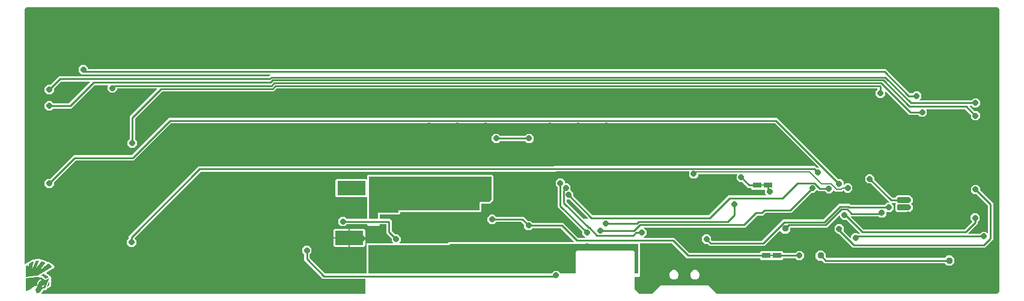
<source format=gbr>
G04 EAGLE Gerber RS-274X export*
G75*
%MOMM*%
%FSLAX34Y34*%
%LPD*%
%INBottom Copper*%
%IPPOS*%
%AMOC8*
5,1,8,0,0,1.08239X$1,22.5*%
G01*
%ADD10R,4.000000X2.000000*%
%ADD11R,1.200000X0.800000*%
%ADD12R,0.635000X0.250000*%
%ADD13P,0.871107X8X22.500000*%
%ADD14C,0.250000*%
%ADD15P,0.979346X8X22.500000*%
%ADD16C,3.800000*%
%ADD17C,0.200000*%
%ADD18R,0.904800X0.904800*%

G36*
X306808Y-353248D02*
X306808Y-353248D01*
X306817Y-353249D01*
X306905Y-353228D01*
X306995Y-353210D01*
X307002Y-353205D01*
X307010Y-353203D01*
X307083Y-353149D01*
X307159Y-353097D01*
X307163Y-353090D01*
X307170Y-353085D01*
X307217Y-353007D01*
X307266Y-352930D01*
X307267Y-352921D01*
X307272Y-352914D01*
X307299Y-352750D01*
X307299Y-310499D01*
X343867Y-310499D01*
X343871Y-310498D01*
X343875Y-310499D01*
X343968Y-310479D01*
X344061Y-310460D01*
X344065Y-310457D01*
X344069Y-310456D01*
X344147Y-310401D01*
X344225Y-310347D01*
X344228Y-310344D01*
X344231Y-310341D01*
X344281Y-310260D01*
X344332Y-310180D01*
X344333Y-310175D01*
X344335Y-310172D01*
X344350Y-310078D01*
X344366Y-309983D01*
X344365Y-309979D01*
X344365Y-309975D01*
X344342Y-309883D01*
X344320Y-309790D01*
X344317Y-309787D01*
X344316Y-309783D01*
X344220Y-309647D01*
X342275Y-307703D01*
X342275Y-303986D01*
X342273Y-303974D01*
X342275Y-303962D01*
X342253Y-303877D01*
X342236Y-303792D01*
X342229Y-303781D01*
X342225Y-303769D01*
X342129Y-303633D01*
X335049Y-296554D01*
X335049Y-284250D01*
X335048Y-284242D01*
X335049Y-284233D01*
X335028Y-284145D01*
X335010Y-284055D01*
X335005Y-284048D01*
X335003Y-284040D01*
X334949Y-283967D01*
X334897Y-283891D01*
X334890Y-283887D01*
X334885Y-283880D01*
X334807Y-283833D01*
X334730Y-283784D01*
X334721Y-283783D01*
X334714Y-283778D01*
X334550Y-283751D01*
X326300Y-283751D01*
X326292Y-283752D01*
X326283Y-283751D01*
X326195Y-283772D01*
X326105Y-283790D01*
X326098Y-283795D01*
X326090Y-283797D01*
X326017Y-283851D01*
X325941Y-283903D01*
X325937Y-283910D01*
X325930Y-283915D01*
X325883Y-283993D01*
X325834Y-284070D01*
X325833Y-284079D01*
X325828Y-284086D01*
X325802Y-284242D01*
X324043Y-286001D01*
X309557Y-286001D01*
X307798Y-284241D01*
X307799Y-284233D01*
X307778Y-284145D01*
X307760Y-284055D01*
X307755Y-284048D01*
X307753Y-284040D01*
X307699Y-283967D01*
X307647Y-283891D01*
X307640Y-283887D01*
X307635Y-283880D01*
X307557Y-283833D01*
X307480Y-283784D01*
X307471Y-283783D01*
X307464Y-283778D01*
X307300Y-283751D01*
X279483Y-283751D01*
X279471Y-283753D01*
X279459Y-283751D01*
X279374Y-283773D01*
X279289Y-283790D01*
X279278Y-283797D01*
X279266Y-283801D01*
X279130Y-283897D01*
X276503Y-286525D01*
X271097Y-286525D01*
X267275Y-282703D01*
X267275Y-277297D01*
X271097Y-273475D01*
X276503Y-273475D01*
X279130Y-276103D01*
X279141Y-276110D01*
X279148Y-276120D01*
X279223Y-276165D01*
X279296Y-276213D01*
X279309Y-276215D01*
X279319Y-276222D01*
X279483Y-276249D01*
X307300Y-276249D01*
X307308Y-276248D01*
X307317Y-276249D01*
X307405Y-276228D01*
X307495Y-276210D01*
X307502Y-276205D01*
X307510Y-276203D01*
X307583Y-276149D01*
X307659Y-276097D01*
X307663Y-276090D01*
X307670Y-276085D01*
X307717Y-276007D01*
X307766Y-275930D01*
X307767Y-275921D01*
X307772Y-275914D01*
X307799Y-275750D01*
X307799Y-245743D01*
X307798Y-245738D01*
X307799Y-245734D01*
X307779Y-245641D01*
X307760Y-245548D01*
X307757Y-245544D01*
X307756Y-245540D01*
X307701Y-245463D01*
X307647Y-245384D01*
X307644Y-245382D01*
X307641Y-245378D01*
X307560Y-245328D01*
X307480Y-245277D01*
X307475Y-245276D01*
X307472Y-245274D01*
X307378Y-245260D01*
X307283Y-245244D01*
X307279Y-245245D01*
X307275Y-245244D01*
X307182Y-245268D01*
X307090Y-245290D01*
X307087Y-245292D01*
X307083Y-245293D01*
X306947Y-245390D01*
X306836Y-245501D01*
X264764Y-245501D01*
X263299Y-244036D01*
X263299Y-221964D01*
X264764Y-220499D01*
X306836Y-220499D01*
X306947Y-220610D01*
X306950Y-220612D01*
X306951Y-220613D01*
X306953Y-220616D01*
X307033Y-220668D01*
X307113Y-220720D01*
X307117Y-220721D01*
X307120Y-220723D01*
X307214Y-220739D01*
X307308Y-220757D01*
X307312Y-220756D01*
X307317Y-220756D01*
X307409Y-220734D01*
X307502Y-220714D01*
X307506Y-220711D01*
X307510Y-220710D01*
X307586Y-220654D01*
X307665Y-220599D01*
X307667Y-220595D01*
X307670Y-220592D01*
X307718Y-220512D01*
X307769Y-220429D01*
X307769Y-220425D01*
X307772Y-220421D01*
X307799Y-220257D01*
X307799Y-215757D01*
X309153Y-214403D01*
X309557Y-213999D01*
X484043Y-213999D01*
X485801Y-215757D01*
X485801Y-250243D01*
X481043Y-255001D01*
X469300Y-255001D01*
X469292Y-255002D01*
X469283Y-255001D01*
X469195Y-255022D01*
X469105Y-255040D01*
X469098Y-255045D01*
X469090Y-255047D01*
X469017Y-255101D01*
X468941Y-255153D01*
X468937Y-255160D01*
X468930Y-255165D01*
X468883Y-255243D01*
X468834Y-255320D01*
X468833Y-255329D01*
X468828Y-255336D01*
X468801Y-255500D01*
X468801Y-264743D01*
X467043Y-266501D01*
X355300Y-266501D01*
X355292Y-266502D01*
X355283Y-266501D01*
X355195Y-266522D01*
X355105Y-266540D01*
X355098Y-266545D01*
X355090Y-266547D01*
X355017Y-266601D01*
X354941Y-266653D01*
X354937Y-266660D01*
X354930Y-266665D01*
X354883Y-266743D01*
X354834Y-266820D01*
X354833Y-266829D01*
X354828Y-266836D01*
X354801Y-267000D01*
X354801Y-268243D01*
X353043Y-270001D01*
X326300Y-270001D01*
X326292Y-270002D01*
X326283Y-270001D01*
X326195Y-270022D01*
X326105Y-270040D01*
X326098Y-270045D01*
X326090Y-270047D01*
X326017Y-270101D01*
X325941Y-270153D01*
X325937Y-270160D01*
X325930Y-270165D01*
X325883Y-270243D01*
X325834Y-270320D01*
X325833Y-270329D01*
X325828Y-270336D01*
X325801Y-270500D01*
X325801Y-275750D01*
X325802Y-275758D01*
X325801Y-275767D01*
X325822Y-275855D01*
X325840Y-275945D01*
X325845Y-275952D01*
X325847Y-275960D01*
X325901Y-276033D01*
X325953Y-276109D01*
X325960Y-276113D01*
X325965Y-276120D01*
X326043Y-276167D01*
X326120Y-276216D01*
X326129Y-276217D01*
X326136Y-276222D01*
X326300Y-276249D01*
X340354Y-276249D01*
X342551Y-278446D01*
X342551Y-293240D01*
X342553Y-293252D01*
X342551Y-293264D01*
X342573Y-293349D01*
X342590Y-293434D01*
X342597Y-293445D01*
X342601Y-293457D01*
X342697Y-293593D01*
X347433Y-298329D01*
X347444Y-298336D01*
X347451Y-298346D01*
X347526Y-298391D01*
X347599Y-298439D01*
X347612Y-298441D01*
X347622Y-298448D01*
X347786Y-298475D01*
X351503Y-298475D01*
X355325Y-302297D01*
X355325Y-307703D01*
X353380Y-309647D01*
X353378Y-309651D01*
X353375Y-309653D01*
X353323Y-309733D01*
X353271Y-309813D01*
X353270Y-309817D01*
X353268Y-309820D01*
X353252Y-309914D01*
X353234Y-310008D01*
X353235Y-310012D01*
X353234Y-310017D01*
X353256Y-310108D01*
X353277Y-310202D01*
X353279Y-310206D01*
X353280Y-310210D01*
X353336Y-310286D01*
X353392Y-310365D01*
X353396Y-310367D01*
X353398Y-310370D01*
X353480Y-310419D01*
X353562Y-310469D01*
X353566Y-310469D01*
X353569Y-310472D01*
X353733Y-310499D01*
X421800Y-310499D01*
X421808Y-310498D01*
X421817Y-310499D01*
X421905Y-310478D01*
X421995Y-310460D01*
X422002Y-310455D01*
X422010Y-310453D01*
X422083Y-310399D01*
X422159Y-310347D01*
X422163Y-310340D01*
X422170Y-310335D01*
X422217Y-310257D01*
X422266Y-310180D01*
X422267Y-310171D01*
X422272Y-310164D01*
X422299Y-310000D01*
X422299Y-308999D01*
X598990Y-308999D01*
X598994Y-308998D01*
X598998Y-308999D01*
X599091Y-308979D01*
X599185Y-308960D01*
X599188Y-308957D01*
X599192Y-308956D01*
X599270Y-308901D01*
X599348Y-308847D01*
X599351Y-308844D01*
X599354Y-308841D01*
X599404Y-308760D01*
X599455Y-308680D01*
X599456Y-308675D01*
X599458Y-308672D01*
X599473Y-308578D01*
X599489Y-308483D01*
X599488Y-308479D01*
X599488Y-308475D01*
X599465Y-308383D01*
X599443Y-308290D01*
X599440Y-308287D01*
X599439Y-308283D01*
X599343Y-308147D01*
X580843Y-289647D01*
X580832Y-289640D01*
X580825Y-289630D01*
X580750Y-289585D01*
X580677Y-289537D01*
X580664Y-289535D01*
X580654Y-289528D01*
X580490Y-289501D01*
X540978Y-289501D01*
X540966Y-289503D01*
X540953Y-289501D01*
X540869Y-289523D01*
X540783Y-289540D01*
X540773Y-289547D01*
X540761Y-289551D01*
X540625Y-289647D01*
X537997Y-292275D01*
X532592Y-292275D01*
X528770Y-288453D01*
X528770Y-284736D01*
X528768Y-284724D01*
X528769Y-284712D01*
X528748Y-284627D01*
X528730Y-284542D01*
X528723Y-284531D01*
X528720Y-284519D01*
X528624Y-284383D01*
X525137Y-280897D01*
X525127Y-280890D01*
X525119Y-280880D01*
X525045Y-280835D01*
X524972Y-280787D01*
X524959Y-280785D01*
X524948Y-280778D01*
X524784Y-280751D01*
X489683Y-280751D01*
X489671Y-280753D01*
X489659Y-280751D01*
X489574Y-280773D01*
X489489Y-280790D01*
X489478Y-280797D01*
X489466Y-280801D01*
X489330Y-280897D01*
X486703Y-283525D01*
X481297Y-283525D01*
X477475Y-279703D01*
X477475Y-274297D01*
X481297Y-270475D01*
X486703Y-270475D01*
X489330Y-273103D01*
X489341Y-273110D01*
X489348Y-273120D01*
X489423Y-273165D01*
X489496Y-273213D01*
X489509Y-273215D01*
X489519Y-273222D01*
X489683Y-273249D01*
X528098Y-273249D01*
X530442Y-275593D01*
X531202Y-276353D01*
X533928Y-279079D01*
X533939Y-279086D01*
X533946Y-279096D01*
X534021Y-279141D01*
X534094Y-279189D01*
X534106Y-279191D01*
X534117Y-279198D01*
X534281Y-279225D01*
X537997Y-279225D01*
X540625Y-281853D01*
X540636Y-281860D01*
X540643Y-281870D01*
X540718Y-281915D01*
X540791Y-281963D01*
X540803Y-281965D01*
X540814Y-281972D01*
X540978Y-281999D01*
X583804Y-281999D01*
X604907Y-303103D01*
X604918Y-303110D01*
X604925Y-303120D01*
X605000Y-303165D01*
X605073Y-303213D01*
X605086Y-303215D01*
X605096Y-303222D01*
X605260Y-303249D01*
X614817Y-303249D01*
X614821Y-303248D01*
X614825Y-303249D01*
X614918Y-303229D01*
X615012Y-303210D01*
X615015Y-303207D01*
X615019Y-303206D01*
X615097Y-303151D01*
X615175Y-303097D01*
X615178Y-303094D01*
X615181Y-303091D01*
X615231Y-303010D01*
X615282Y-302930D01*
X615283Y-302925D01*
X615285Y-302922D01*
X615300Y-302828D01*
X615316Y-302733D01*
X615315Y-302729D01*
X615315Y-302725D01*
X615292Y-302633D01*
X615270Y-302540D01*
X615267Y-302537D01*
X615266Y-302533D01*
X615170Y-302397D01*
X611475Y-298703D01*
X611475Y-294986D01*
X611473Y-294974D01*
X611475Y-294962D01*
X611453Y-294877D01*
X611436Y-294792D01*
X611429Y-294781D01*
X611425Y-294769D01*
X611329Y-294633D01*
X576249Y-259554D01*
X576249Y-231683D01*
X576247Y-231671D01*
X576249Y-231659D01*
X576227Y-231574D01*
X576210Y-231489D01*
X576203Y-231478D01*
X576199Y-231466D01*
X576103Y-231330D01*
X573475Y-228703D01*
X573475Y-223297D01*
X577297Y-219475D01*
X582703Y-219475D01*
X586525Y-223297D01*
X586525Y-225976D01*
X586526Y-225984D01*
X586525Y-225993D01*
X586546Y-226081D01*
X586564Y-226171D01*
X586569Y-226178D01*
X586571Y-226186D01*
X586625Y-226259D01*
X586677Y-226335D01*
X586684Y-226339D01*
X586689Y-226346D01*
X586767Y-226393D01*
X586844Y-226442D01*
X586853Y-226443D01*
X586860Y-226448D01*
X587024Y-226475D01*
X590703Y-226475D01*
X594525Y-230297D01*
X594525Y-235865D01*
X594527Y-235877D01*
X594525Y-235889D01*
X594547Y-235974D01*
X594564Y-236059D01*
X594571Y-236070D01*
X594575Y-236082D01*
X594671Y-236218D01*
X598323Y-239869D01*
X598323Y-243586D01*
X598325Y-243598D01*
X598323Y-243610D01*
X598345Y-243695D01*
X598362Y-243780D01*
X598369Y-243791D01*
X598373Y-243803D01*
X598469Y-243939D01*
X625581Y-271051D01*
X625592Y-271058D01*
X625599Y-271068D01*
X625674Y-271113D01*
X625747Y-271161D01*
X625760Y-271163D01*
X625770Y-271170D01*
X625934Y-271197D01*
X788601Y-271197D01*
X788613Y-271195D01*
X788626Y-271197D01*
X788710Y-271175D01*
X788796Y-271158D01*
X788806Y-271151D01*
X788818Y-271147D01*
X788954Y-271051D01*
X816808Y-243197D01*
X869765Y-243197D01*
X869769Y-243196D01*
X869773Y-243197D01*
X869866Y-243177D01*
X869960Y-243158D01*
X869963Y-243155D01*
X869967Y-243154D01*
X870045Y-243099D01*
X870123Y-243045D01*
X870126Y-243042D01*
X870129Y-243039D01*
X870179Y-242958D01*
X870230Y-242878D01*
X870231Y-242873D01*
X870233Y-242870D01*
X870248Y-242776D01*
X870264Y-242681D01*
X870263Y-242677D01*
X870263Y-242673D01*
X870240Y-242581D01*
X870218Y-242488D01*
X870215Y-242485D01*
X870214Y-242481D01*
X870118Y-242345D01*
X868475Y-240703D01*
X868475Y-236000D01*
X868474Y-235992D01*
X868475Y-235983D01*
X868454Y-235895D01*
X868436Y-235805D01*
X868431Y-235798D01*
X868429Y-235790D01*
X868375Y-235717D01*
X868323Y-235641D01*
X868316Y-235637D01*
X868311Y-235630D01*
X868233Y-235583D01*
X868156Y-235534D01*
X868147Y-235533D01*
X868140Y-235528D01*
X867976Y-235501D01*
X865584Y-235501D01*
X865353Y-235270D01*
X865346Y-235265D01*
X865341Y-235258D01*
X865263Y-235210D01*
X865187Y-235160D01*
X865179Y-235158D01*
X865172Y-235154D01*
X865082Y-235140D01*
X864992Y-235123D01*
X864984Y-235125D01*
X864975Y-235124D01*
X864887Y-235146D01*
X864798Y-235166D01*
X864791Y-235171D01*
X864783Y-235173D01*
X864647Y-235270D01*
X864416Y-235501D01*
X850344Y-235501D01*
X848879Y-234036D01*
X848879Y-233250D01*
X848878Y-233242D01*
X848879Y-233233D01*
X848858Y-233145D01*
X848840Y-233055D01*
X848835Y-233048D01*
X848833Y-233040D01*
X848779Y-232967D01*
X848727Y-232891D01*
X848720Y-232887D01*
X848715Y-232880D01*
X848637Y-232833D01*
X848560Y-232784D01*
X848551Y-232783D01*
X848544Y-232778D01*
X848380Y-232751D01*
X844700Y-232751D01*
X836367Y-224417D01*
X836356Y-224410D01*
X836349Y-224400D01*
X836274Y-224355D01*
X836201Y-224307D01*
X836188Y-224305D01*
X836178Y-224298D01*
X836014Y-224271D01*
X832297Y-224271D01*
X828475Y-220449D01*
X828475Y-215043D01*
X829166Y-214353D01*
X829168Y-214349D01*
X829171Y-214347D01*
X829222Y-214268D01*
X829275Y-214187D01*
X829276Y-214183D01*
X829278Y-214180D01*
X829294Y-214086D01*
X829312Y-213992D01*
X829311Y-213988D01*
X829312Y-213983D01*
X829290Y-213892D01*
X829269Y-213798D01*
X829267Y-213794D01*
X829266Y-213790D01*
X829210Y-213714D01*
X829154Y-213635D01*
X829150Y-213633D01*
X829148Y-213630D01*
X829066Y-213581D01*
X828984Y-213531D01*
X828980Y-213531D01*
X828977Y-213528D01*
X828813Y-213501D01*
X775024Y-213501D01*
X775016Y-213502D01*
X775007Y-213501D01*
X774919Y-213522D01*
X774829Y-213540D01*
X774822Y-213545D01*
X774814Y-213547D01*
X774741Y-213601D01*
X774665Y-213653D01*
X774661Y-213660D01*
X774654Y-213665D01*
X774607Y-213743D01*
X774558Y-213820D01*
X774557Y-213829D01*
X774552Y-213836D01*
X774525Y-214000D01*
X774525Y-215703D01*
X770703Y-219525D01*
X765297Y-219525D01*
X761475Y-215703D01*
X761475Y-210297D01*
X761698Y-210075D01*
X761700Y-210072D01*
X761703Y-210069D01*
X761755Y-209989D01*
X761807Y-209909D01*
X761808Y-209905D01*
X761810Y-209902D01*
X761826Y-209808D01*
X761844Y-209714D01*
X761843Y-209710D01*
X761844Y-209705D01*
X761822Y-209614D01*
X761801Y-209520D01*
X761799Y-209516D01*
X761798Y-209512D01*
X761742Y-209436D01*
X761686Y-209357D01*
X761682Y-209355D01*
X761680Y-209352D01*
X761598Y-209304D01*
X761516Y-209253D01*
X761512Y-209253D01*
X761509Y-209250D01*
X761345Y-209223D01*
X574261Y-209223D01*
X574249Y-209225D01*
X574237Y-209223D01*
X574152Y-209245D01*
X574067Y-209262D01*
X574056Y-209269D01*
X574044Y-209273D01*
X573908Y-209369D01*
X573475Y-209803D01*
X73708Y-209803D01*
X73696Y-209805D01*
X73684Y-209803D01*
X73599Y-209825D01*
X73514Y-209842D01*
X73503Y-209849D01*
X73491Y-209853D01*
X73355Y-209949D01*
X-19881Y-303185D01*
X-19886Y-303193D01*
X-19893Y-303197D01*
X-19940Y-303275D01*
X-19991Y-303351D01*
X-19992Y-303360D01*
X-19997Y-303367D01*
X-20011Y-303457D01*
X-20027Y-303547D01*
X-20025Y-303555D01*
X-20027Y-303563D01*
X-20004Y-303652D01*
X-19984Y-303741D01*
X-19980Y-303748D01*
X-19978Y-303756D01*
X-19881Y-303892D01*
X-17475Y-306297D01*
X-17475Y-311703D01*
X-21297Y-315525D01*
X-26703Y-315525D01*
X-30525Y-311703D01*
X-30525Y-306297D01*
X-27897Y-303670D01*
X-27890Y-303659D01*
X-27880Y-303652D01*
X-27835Y-303577D01*
X-27787Y-303504D01*
X-27785Y-303491D01*
X-27778Y-303481D01*
X-27751Y-303317D01*
X-27751Y-300446D01*
X70394Y-202301D01*
X570161Y-202301D01*
X570173Y-202299D01*
X570185Y-202301D01*
X570270Y-202279D01*
X570356Y-202262D01*
X570366Y-202255D01*
X570378Y-202251D01*
X570514Y-202155D01*
X570947Y-201721D01*
X939026Y-201721D01*
X941633Y-204329D01*
X941644Y-204336D01*
X941651Y-204346D01*
X941726Y-204391D01*
X941799Y-204439D01*
X941812Y-204441D01*
X941822Y-204448D01*
X941986Y-204475D01*
X943966Y-204475D01*
X943970Y-204474D01*
X943974Y-204475D01*
X944067Y-204455D01*
X944161Y-204436D01*
X944164Y-204433D01*
X944168Y-204432D01*
X944246Y-204377D01*
X944324Y-204323D01*
X944327Y-204320D01*
X944330Y-204317D01*
X944380Y-204236D01*
X944431Y-204156D01*
X944432Y-204151D01*
X944434Y-204148D01*
X944449Y-204054D01*
X944465Y-203959D01*
X944464Y-203955D01*
X944464Y-203951D01*
X944441Y-203859D01*
X944419Y-203766D01*
X944416Y-203763D01*
X944415Y-203759D01*
X944319Y-203623D01*
X882541Y-141845D01*
X882530Y-141838D01*
X882523Y-141828D01*
X882448Y-141783D01*
X882375Y-141735D01*
X882362Y-141733D01*
X882352Y-141726D01*
X882188Y-141699D01*
X31812Y-141699D01*
X31800Y-141701D01*
X31788Y-141699D01*
X31703Y-141721D01*
X31618Y-141738D01*
X31607Y-141745D01*
X31595Y-141749D01*
X31459Y-141845D01*
X-20946Y-194251D01*
X-102240Y-194251D01*
X-102252Y-194253D01*
X-102264Y-194251D01*
X-102349Y-194273D01*
X-102434Y-194290D01*
X-102445Y-194297D01*
X-102457Y-194301D01*
X-102593Y-194397D01*
X-133329Y-225133D01*
X-133336Y-225144D01*
X-133346Y-225151D01*
X-133391Y-225226D01*
X-133439Y-225299D01*
X-133441Y-225312D01*
X-133448Y-225322D01*
X-133475Y-225486D01*
X-133475Y-229203D01*
X-137297Y-233025D01*
X-142703Y-233025D01*
X-146525Y-229203D01*
X-146525Y-223797D01*
X-142703Y-219975D01*
X-138986Y-219975D01*
X-138974Y-219973D01*
X-138962Y-219975D01*
X-138877Y-219953D01*
X-138792Y-219936D01*
X-138781Y-219929D01*
X-138769Y-219925D01*
X-138633Y-219829D01*
X-105554Y-186749D01*
X-24260Y-186749D01*
X-24248Y-186747D01*
X-24236Y-186749D01*
X-24151Y-186727D01*
X-24066Y-186710D01*
X-24055Y-186703D01*
X-24043Y-186699D01*
X-23907Y-186603D01*
X28498Y-134197D01*
X885502Y-134197D01*
X971633Y-220329D01*
X971644Y-220336D01*
X971651Y-220346D01*
X971726Y-220391D01*
X971799Y-220439D01*
X971812Y-220441D01*
X971822Y-220448D01*
X971986Y-220475D01*
X975703Y-220475D01*
X979525Y-224297D01*
X979525Y-228043D01*
X979526Y-228047D01*
X979525Y-228051D01*
X979545Y-228144D01*
X979564Y-228238D01*
X979567Y-228241D01*
X979568Y-228245D01*
X979623Y-228323D01*
X979677Y-228401D01*
X979680Y-228404D01*
X979683Y-228407D01*
X979764Y-228457D01*
X979844Y-228508D01*
X979849Y-228509D01*
X979852Y-228511D01*
X979946Y-228526D01*
X980041Y-228542D01*
X980045Y-228541D01*
X980049Y-228541D01*
X980141Y-228518D01*
X980234Y-228496D01*
X980237Y-228493D01*
X980241Y-228492D01*
X980377Y-228396D01*
X982297Y-226475D01*
X987703Y-226475D01*
X991525Y-230297D01*
X991525Y-235703D01*
X987703Y-239525D01*
X982297Y-239525D01*
X979420Y-236647D01*
X979409Y-236640D01*
X979402Y-236630D01*
X979327Y-236585D01*
X979254Y-236537D01*
X979241Y-236535D01*
X979231Y-236528D01*
X979067Y-236501D01*
X978950Y-236501D01*
X978937Y-236503D01*
X978925Y-236501D01*
X978840Y-236523D01*
X978755Y-236540D01*
X978744Y-236547D01*
X978732Y-236551D01*
X978597Y-236647D01*
X977465Y-237779D01*
X967469Y-237779D01*
X965731Y-236041D01*
X965727Y-236038D01*
X965725Y-236035D01*
X965645Y-235984D01*
X965565Y-235931D01*
X965561Y-235930D01*
X965557Y-235928D01*
X965464Y-235912D01*
X965369Y-235894D01*
X965365Y-235895D01*
X965361Y-235895D01*
X965269Y-235917D01*
X965175Y-235937D01*
X965172Y-235940D01*
X965168Y-235941D01*
X965092Y-235997D01*
X965013Y-236052D01*
X965011Y-236056D01*
X965008Y-236059D01*
X964959Y-236140D01*
X964909Y-236222D01*
X964908Y-236226D01*
X964906Y-236230D01*
X964887Y-236340D01*
X961056Y-240171D01*
X955651Y-240171D01*
X953023Y-237543D01*
X953013Y-237536D01*
X953005Y-237526D01*
X952930Y-237482D01*
X952857Y-237434D01*
X952845Y-237431D01*
X952834Y-237425D01*
X952670Y-237397D01*
X944066Y-237397D01*
X942301Y-235632D01*
X942294Y-235628D01*
X942289Y-235621D01*
X942212Y-235573D01*
X942135Y-235523D01*
X942127Y-235521D01*
X942120Y-235517D01*
X942030Y-235503D01*
X941940Y-235486D01*
X941932Y-235488D01*
X941923Y-235487D01*
X941835Y-235509D01*
X941746Y-235529D01*
X941739Y-235534D01*
X941731Y-235536D01*
X941595Y-235632D01*
X937703Y-239525D01*
X933986Y-239525D01*
X933974Y-239527D01*
X933962Y-239525D01*
X933877Y-239547D01*
X933792Y-239564D01*
X933781Y-239571D01*
X933769Y-239575D01*
X933633Y-239671D01*
X905554Y-267751D01*
X869760Y-267751D01*
X869748Y-267753D01*
X869736Y-267751D01*
X869651Y-267773D01*
X869566Y-267790D01*
X869555Y-267797D01*
X869543Y-267801D01*
X869407Y-267897D01*
X865554Y-271751D01*
X857760Y-271751D01*
X857748Y-271753D01*
X857736Y-271751D01*
X857651Y-271773D01*
X857566Y-271790D01*
X857555Y-271797D01*
X857543Y-271801D01*
X857407Y-271897D01*
X840554Y-288751D01*
X698183Y-288751D01*
X698179Y-288752D01*
X698175Y-288751D01*
X698082Y-288771D01*
X697988Y-288790D01*
X697985Y-288793D01*
X697981Y-288794D01*
X697903Y-288849D01*
X697825Y-288903D01*
X697822Y-288906D01*
X697819Y-288909D01*
X697769Y-288990D01*
X697718Y-289070D01*
X697717Y-289075D01*
X697715Y-289078D01*
X697700Y-289172D01*
X697684Y-289267D01*
X697685Y-289271D01*
X697685Y-289275D01*
X697708Y-289367D01*
X697730Y-289460D01*
X697733Y-289463D01*
X697734Y-289467D01*
X697830Y-289603D01*
X701525Y-293297D01*
X701525Y-298703D01*
X697830Y-302397D01*
X697828Y-302401D01*
X697825Y-302403D01*
X697773Y-302483D01*
X697721Y-302563D01*
X697720Y-302567D01*
X697718Y-302570D01*
X697702Y-302664D01*
X697684Y-302758D01*
X697685Y-302762D01*
X697684Y-302767D01*
X697706Y-302859D01*
X697727Y-302952D01*
X697729Y-302956D01*
X697730Y-302960D01*
X697786Y-303036D01*
X697842Y-303115D01*
X697846Y-303117D01*
X697848Y-303120D01*
X697930Y-303169D01*
X698012Y-303219D01*
X698016Y-303219D01*
X698019Y-303222D01*
X698183Y-303249D01*
X740581Y-303249D01*
X761434Y-324103D01*
X761445Y-324110D01*
X761452Y-324120D01*
X761527Y-324165D01*
X761600Y-324213D01*
X761613Y-324215D01*
X761623Y-324222D01*
X761787Y-324249D01*
X861380Y-324249D01*
X861388Y-324248D01*
X861397Y-324249D01*
X861485Y-324228D01*
X861575Y-324210D01*
X861582Y-324205D01*
X861590Y-324203D01*
X861663Y-324149D01*
X861739Y-324097D01*
X861743Y-324090D01*
X861750Y-324085D01*
X861797Y-324007D01*
X861846Y-323930D01*
X861847Y-323921D01*
X861852Y-323914D01*
X861879Y-323750D01*
X861879Y-322964D01*
X863344Y-321499D01*
X877416Y-321499D01*
X877647Y-321730D01*
X877654Y-321735D01*
X877659Y-321742D01*
X877737Y-321790D01*
X877813Y-321840D01*
X877821Y-321842D01*
X877828Y-321846D01*
X877918Y-321860D01*
X878008Y-321877D01*
X878017Y-321875D01*
X878025Y-321876D01*
X878113Y-321854D01*
X878202Y-321834D01*
X878209Y-321829D01*
X878217Y-321827D01*
X878353Y-321730D01*
X878584Y-321499D01*
X892656Y-321499D01*
X894121Y-322964D01*
X894121Y-323750D01*
X894122Y-323758D01*
X894121Y-323767D01*
X894142Y-323855D01*
X894160Y-323945D01*
X894165Y-323952D01*
X894167Y-323960D01*
X894221Y-324033D01*
X894273Y-324109D01*
X894280Y-324113D01*
X894285Y-324120D01*
X894363Y-324167D01*
X894440Y-324216D01*
X894449Y-324217D01*
X894456Y-324222D01*
X894620Y-324249D01*
X911317Y-324249D01*
X911329Y-324247D01*
X911341Y-324249D01*
X911426Y-324227D01*
X911511Y-324210D01*
X911522Y-324203D01*
X911534Y-324199D01*
X911670Y-324103D01*
X914297Y-321475D01*
X919703Y-321475D01*
X923525Y-325297D01*
X923525Y-330703D01*
X919703Y-334525D01*
X914297Y-334525D01*
X911670Y-331897D01*
X911659Y-331890D01*
X911652Y-331880D01*
X911577Y-331835D01*
X911504Y-331787D01*
X911491Y-331785D01*
X911481Y-331778D01*
X911317Y-331751D01*
X894620Y-331751D01*
X894612Y-331752D01*
X894603Y-331751D01*
X894515Y-331772D01*
X894425Y-331790D01*
X894418Y-331795D01*
X894410Y-331797D01*
X894337Y-331851D01*
X894261Y-331903D01*
X894257Y-331910D01*
X894250Y-331915D01*
X894203Y-331993D01*
X894154Y-332070D01*
X894153Y-332079D01*
X894148Y-332086D01*
X894121Y-332250D01*
X894121Y-333036D01*
X892656Y-334501D01*
X878584Y-334501D01*
X878353Y-334270D01*
X878346Y-334265D01*
X878341Y-334258D01*
X878263Y-334210D01*
X878187Y-334160D01*
X878179Y-334158D01*
X878172Y-334154D01*
X878082Y-334140D01*
X877992Y-334123D01*
X877984Y-334125D01*
X877975Y-334124D01*
X877887Y-334146D01*
X877798Y-334166D01*
X877791Y-334171D01*
X877783Y-334173D01*
X877647Y-334270D01*
X877416Y-334501D01*
X863344Y-334501D01*
X861879Y-333036D01*
X861879Y-332250D01*
X861878Y-332242D01*
X861879Y-332233D01*
X861858Y-332145D01*
X861840Y-332055D01*
X861835Y-332048D01*
X861833Y-332040D01*
X861779Y-331967D01*
X861727Y-331891D01*
X861720Y-331887D01*
X861715Y-331880D01*
X861637Y-331833D01*
X861560Y-331784D01*
X861551Y-331783D01*
X861544Y-331778D01*
X861380Y-331751D01*
X758473Y-331751D01*
X737620Y-310897D01*
X737609Y-310890D01*
X737602Y-310880D01*
X737527Y-310835D01*
X737454Y-310787D01*
X737441Y-310785D01*
X737431Y-310778D01*
X737267Y-310751D01*
X692500Y-310751D01*
X692492Y-310752D01*
X692483Y-310751D01*
X692395Y-310772D01*
X692305Y-310790D01*
X692298Y-310795D01*
X692290Y-310797D01*
X692217Y-310851D01*
X692141Y-310903D01*
X692137Y-310910D01*
X692130Y-310915D01*
X692083Y-310993D01*
X692034Y-311070D01*
X692033Y-311079D01*
X692028Y-311086D01*
X692001Y-311250D01*
X692001Y-353564D01*
X692003Y-353575D01*
X692001Y-353586D01*
X692010Y-353621D01*
X692001Y-355009D01*
X692001Y-355010D01*
X692001Y-355012D01*
X692001Y-356255D01*
X691117Y-357127D01*
X691116Y-357128D01*
X691114Y-357129D01*
X690235Y-358009D01*
X688990Y-358001D01*
X688988Y-358001D01*
X688987Y-358001D01*
X687599Y-358001D01*
X687544Y-357991D01*
X685503Y-357977D01*
X685493Y-357979D01*
X685483Y-357978D01*
X685396Y-357998D01*
X685308Y-358016D01*
X685300Y-358021D01*
X685290Y-358024D01*
X685218Y-358077D01*
X685144Y-358127D01*
X685138Y-358135D01*
X685130Y-358141D01*
X685084Y-358218D01*
X685035Y-358294D01*
X685034Y-358304D01*
X685028Y-358312D01*
X685001Y-358477D01*
X685001Y-375550D01*
X685003Y-375563D01*
X685001Y-375575D01*
X685023Y-375659D01*
X685040Y-375745D01*
X685047Y-375756D01*
X685051Y-375768D01*
X685147Y-375903D01*
X691097Y-381853D01*
X691107Y-381860D01*
X691115Y-381870D01*
X691190Y-381915D01*
X691263Y-381963D01*
X691275Y-381965D01*
X691286Y-381972D01*
X691450Y-381999D01*
X708550Y-381999D01*
X708563Y-381997D01*
X708575Y-381999D01*
X708659Y-381977D01*
X708745Y-381960D01*
X708756Y-381953D01*
X708768Y-381949D01*
X708903Y-381853D01*
X720757Y-369999D01*
X789243Y-369999D01*
X801097Y-381853D01*
X801107Y-381860D01*
X801115Y-381870D01*
X801190Y-381915D01*
X801263Y-381963D01*
X801275Y-381965D01*
X801286Y-381972D01*
X801450Y-381999D01*
X1195550Y-381999D01*
X1195563Y-381997D01*
X1195575Y-381999D01*
X1195659Y-381977D01*
X1195745Y-381960D01*
X1195756Y-381953D01*
X1195768Y-381949D01*
X1195903Y-381853D01*
X1198853Y-378903D01*
X1198860Y-378893D01*
X1198870Y-378885D01*
X1198914Y-378811D01*
X1198963Y-378738D01*
X1198965Y-378725D01*
X1198972Y-378714D01*
X1198999Y-378550D01*
X1198999Y18550D01*
X1198997Y18563D01*
X1198999Y18575D01*
X1198977Y18659D01*
X1198960Y18745D01*
X1198953Y18756D01*
X1198949Y18768D01*
X1198853Y18903D01*
X1195903Y21853D01*
X1195893Y21860D01*
X1195885Y21870D01*
X1195810Y21915D01*
X1195737Y21963D01*
X1195725Y21965D01*
X1195714Y21972D01*
X1195550Y21999D01*
X-171550Y21999D01*
X-171563Y21997D01*
X-171575Y21999D01*
X-171659Y21977D01*
X-171745Y21960D01*
X-171756Y21953D01*
X-171768Y21949D01*
X-171903Y21853D01*
X-174853Y18903D01*
X-174860Y18893D01*
X-174870Y18885D01*
X-174915Y18810D01*
X-174963Y18737D01*
X-174965Y18725D01*
X-174972Y18714D01*
X-174999Y18550D01*
X-174999Y-339887D01*
X-174998Y-339891D01*
X-174999Y-339895D01*
X-174979Y-339988D01*
X-174960Y-340082D01*
X-174957Y-340085D01*
X-174956Y-340089D01*
X-174901Y-340167D01*
X-174847Y-340246D01*
X-174844Y-340248D01*
X-174841Y-340251D01*
X-174760Y-340301D01*
X-174680Y-340353D01*
X-174675Y-340353D01*
X-174672Y-340355D01*
X-174578Y-340370D01*
X-174483Y-340386D01*
X-174479Y-340385D01*
X-174475Y-340385D01*
X-174382Y-340362D01*
X-174290Y-340340D01*
X-174287Y-340337D01*
X-174283Y-340336D01*
X-174147Y-340240D01*
X-174042Y-340135D01*
X-174024Y-340131D01*
X-173935Y-340116D01*
X-173926Y-340111D01*
X-173918Y-340110D01*
X-173886Y-340088D01*
X-173792Y-340032D01*
X-173498Y-339785D01*
X-173453Y-339728D01*
X-173402Y-339676D01*
X-173389Y-339648D01*
X-173374Y-339629D01*
X-173363Y-339587D01*
X-173335Y-339524D01*
X-173318Y-339456D01*
X-172621Y-339038D01*
X-172596Y-339015D01*
X-172557Y-338992D01*
X-171935Y-338468D01*
X-171866Y-338474D01*
X-171793Y-338466D01*
X-171721Y-338466D01*
X-171692Y-338454D01*
X-171668Y-338452D01*
X-171630Y-338430D01*
X-171566Y-338405D01*
X-171506Y-338369D01*
X-171476Y-338377D01*
X-171444Y-338378D01*
X-171414Y-338388D01*
X-171346Y-338383D01*
X-171277Y-338386D01*
X-171248Y-338374D01*
X-171216Y-338372D01*
X-171155Y-338340D01*
X-171091Y-338316D01*
X-171068Y-338294D01*
X-171040Y-338280D01*
X-170996Y-338227D01*
X-170947Y-338180D01*
X-170934Y-338150D01*
X-170914Y-338126D01*
X-170885Y-338038D01*
X-170867Y-337997D01*
X-170867Y-337984D01*
X-170863Y-337971D01*
X-170764Y-337898D01*
X-170720Y-337850D01*
X-170670Y-337809D01*
X-170650Y-337773D01*
X-170630Y-337751D01*
X-170617Y-337714D01*
X-170589Y-337663D01*
X-170548Y-337549D01*
X-169857Y-337221D01*
X-169826Y-337197D01*
X-169775Y-337172D01*
X-169159Y-336719D01*
X-169039Y-336737D01*
X-168974Y-336734D01*
X-168909Y-336740D01*
X-168870Y-336729D01*
X-168840Y-336728D01*
X-168805Y-336711D01*
X-168749Y-336695D01*
X-164170Y-334522D01*
X-164168Y-334520D01*
X-164166Y-334520D01*
X-164031Y-334424D01*
X-163657Y-334049D01*
X-163287Y-334049D01*
X-163260Y-334044D01*
X-163233Y-334046D01*
X-163132Y-334018D01*
X-163092Y-334010D01*
X-163084Y-334004D01*
X-163073Y-334001D01*
X-162739Y-333843D01*
X-162240Y-334020D01*
X-162239Y-334021D01*
X-162237Y-334022D01*
X-162073Y-334049D01*
X-161516Y-334049D01*
X-161445Y-334099D01*
X-161438Y-334100D01*
X-161433Y-334104D01*
X-161341Y-334121D01*
X-161251Y-334141D01*
X-161244Y-334139D01*
X-161237Y-334141D01*
X-161146Y-334121D01*
X-161055Y-334103D01*
X-161050Y-334099D01*
X-161043Y-334098D01*
X-160967Y-334044D01*
X-160890Y-333992D01*
X-160886Y-333986D01*
X-160881Y-333983D01*
X-160863Y-333953D01*
X-160795Y-333856D01*
X-160648Y-333549D01*
X-160302Y-333426D01*
X-160278Y-333412D01*
X-160252Y-333405D01*
X-160167Y-333345D01*
X-160132Y-333324D01*
X-160126Y-333316D01*
X-160116Y-333309D01*
X-159657Y-332849D01*
X-158760Y-332849D01*
X-158759Y-332849D01*
X-158757Y-332849D01*
X-158646Y-332830D01*
X-158592Y-332839D01*
X-158552Y-332849D01*
X-158542Y-332847D01*
X-158530Y-332849D01*
X-155323Y-332849D01*
X-155261Y-332837D01*
X-155198Y-332833D01*
X-155160Y-332816D01*
X-155129Y-332810D01*
X-155097Y-332788D01*
X-155047Y-332765D01*
X-154936Y-332692D01*
X-154196Y-332840D01*
X-154156Y-332839D01*
X-154098Y-332849D01*
X-153343Y-332849D01*
X-153249Y-332943D01*
X-153197Y-332978D01*
X-153150Y-333021D01*
X-153110Y-333036D01*
X-153084Y-333053D01*
X-153046Y-333060D01*
X-152994Y-333080D01*
X-152864Y-333106D01*
X-152552Y-333574D01*
X-152514Y-333611D01*
X-152484Y-333655D01*
X-152438Y-333687D01*
X-152411Y-333714D01*
X-152382Y-333725D01*
X-152347Y-333749D01*
X-152019Y-333903D01*
X-151994Y-333908D01*
X-151972Y-333922D01*
X-151863Y-333940D01*
X-151825Y-333949D01*
X-151817Y-333948D01*
X-151808Y-333949D01*
X-150991Y-333949D01*
X-150964Y-333944D01*
X-150929Y-333945D01*
X-150871Y-333938D01*
X-150833Y-333925D01*
X-150730Y-333899D01*
X-150374Y-333740D01*
X-150225Y-333798D01*
X-150186Y-333804D01*
X-150150Y-333820D01*
X-150089Y-333822D01*
X-150079Y-333830D01*
X-150043Y-333848D01*
X-149951Y-333902D01*
X-149914Y-333916D01*
X-149907Y-333918D01*
X-149900Y-333922D01*
X-149736Y-333949D01*
X-149243Y-333949D01*
X-148956Y-334237D01*
X-148938Y-334249D01*
X-148924Y-334266D01*
X-148814Y-334331D01*
X-148790Y-334347D01*
X-148786Y-334348D01*
X-148781Y-334350D01*
X-145512Y-335602D01*
X-145455Y-335612D01*
X-145401Y-335631D01*
X-145351Y-335629D01*
X-145315Y-335635D01*
X-145282Y-335627D01*
X-145235Y-335626D01*
X-145064Y-335592D01*
X-144468Y-335989D01*
X-144428Y-336005D01*
X-144370Y-336040D01*
X-143701Y-336296D01*
X-143630Y-336455D01*
X-143597Y-336502D01*
X-143572Y-336553D01*
X-143535Y-336588D01*
X-143514Y-336617D01*
X-143485Y-336635D01*
X-143451Y-336667D01*
X-143306Y-336764D01*
X-143249Y-337048D01*
X-143226Y-337103D01*
X-143213Y-337160D01*
X-143188Y-337193D01*
X-143172Y-337231D01*
X-143130Y-337273D01*
X-143095Y-337320D01*
X-143059Y-337341D01*
X-143030Y-337370D01*
X-142974Y-337391D01*
X-142924Y-337422D01*
X-142876Y-337430D01*
X-142844Y-337442D01*
X-142809Y-337441D01*
X-142760Y-337449D01*
X-142542Y-337449D01*
X-142463Y-337433D01*
X-142383Y-337423D01*
X-142364Y-337413D01*
X-142347Y-337410D01*
X-142310Y-337384D01*
X-142236Y-337345D01*
X-142225Y-337336D01*
X-141554Y-337422D01*
X-141543Y-337421D01*
X-141533Y-337424D01*
X-141367Y-337410D01*
X-140807Y-337267D01*
X-140618Y-337379D01*
X-140571Y-337396D01*
X-140527Y-337422D01*
X-140468Y-337432D01*
X-140430Y-337445D01*
X-140401Y-337443D01*
X-140363Y-337449D01*
X-140143Y-337449D01*
X-139667Y-337925D01*
X-139660Y-337930D01*
X-139656Y-337936D01*
X-139625Y-337954D01*
X-139569Y-338002D01*
X-134718Y-340879D01*
X-134671Y-340896D01*
X-134627Y-340922D01*
X-134568Y-340932D01*
X-134530Y-340945D01*
X-134501Y-340943D01*
X-134463Y-340949D01*
X-134243Y-340949D01*
X-133767Y-341425D01*
X-133763Y-341428D01*
X-133761Y-341431D01*
X-133743Y-341442D01*
X-133730Y-341450D01*
X-133669Y-341502D01*
X-133090Y-341845D01*
X-133036Y-342058D01*
X-133014Y-342104D01*
X-133001Y-342152D01*
X-132966Y-342201D01*
X-132949Y-342237D01*
X-132927Y-342256D01*
X-132905Y-342288D01*
X-132749Y-342443D01*
X-132749Y-343117D01*
X-132740Y-343161D01*
X-132734Y-343240D01*
X-132715Y-343313D01*
X-132697Y-343351D01*
X-132660Y-343446D01*
X-132568Y-343599D01*
X-132574Y-343622D01*
X-132576Y-343662D01*
X-132587Y-343702D01*
X-132581Y-343776D01*
X-132583Y-343820D01*
X-132576Y-343840D01*
X-132574Y-343867D01*
X-132567Y-343893D01*
X-132661Y-344051D01*
X-132675Y-344091D01*
X-132716Y-344184D01*
X-132734Y-344257D01*
X-132736Y-344301D01*
X-132749Y-344379D01*
X-132749Y-345057D01*
X-132901Y-345209D01*
X-132930Y-345251D01*
X-132965Y-345287D01*
X-132989Y-345341D01*
X-133011Y-345374D01*
X-133017Y-345404D01*
X-133032Y-345440D01*
X-133085Y-345648D01*
X-133667Y-345996D01*
X-133700Y-346026D01*
X-133764Y-346071D01*
X-134243Y-346551D01*
X-134459Y-346551D01*
X-134509Y-346561D01*
X-134560Y-346561D01*
X-134614Y-346582D01*
X-134653Y-346590D01*
X-134656Y-346592D01*
X-134679Y-346607D01*
X-134715Y-346621D01*
X-144145Y-352254D01*
X-144164Y-352271D01*
X-144188Y-352282D01*
X-144237Y-352337D01*
X-144292Y-352388D01*
X-144303Y-352411D01*
X-144320Y-352430D01*
X-144344Y-352500D01*
X-144375Y-352568D01*
X-144376Y-352594D01*
X-144384Y-352618D01*
X-144379Y-352692D01*
X-144381Y-352767D01*
X-144372Y-352791D01*
X-144370Y-352817D01*
X-144336Y-352883D01*
X-144309Y-352952D01*
X-144291Y-352971D01*
X-144280Y-352994D01*
X-144198Y-353067D01*
X-144171Y-353095D01*
X-144163Y-353098D01*
X-144156Y-353104D01*
X-139675Y-355931D01*
X-139633Y-355947D01*
X-139558Y-355985D01*
X-138929Y-356182D01*
X-138820Y-356390D01*
X-138790Y-356427D01*
X-138768Y-356470D01*
X-138721Y-356512D01*
X-138695Y-356544D01*
X-138671Y-356557D01*
X-138644Y-356581D01*
X-138446Y-356706D01*
X-138300Y-357349D01*
X-138281Y-357390D01*
X-138255Y-357470D01*
X-138139Y-357693D01*
X-138135Y-357698D01*
X-138133Y-357704D01*
X-138073Y-357775D01*
X-138014Y-357847D01*
X-138008Y-357850D01*
X-138004Y-357855D01*
X-137864Y-357931D01*
X-137837Y-357966D01*
X-137787Y-358038D01*
X-137776Y-358045D01*
X-137769Y-358054D01*
X-137732Y-358075D01*
X-137685Y-358107D01*
X-137363Y-358966D01*
X-137352Y-358985D01*
X-137344Y-359011D01*
X-136939Y-359838D01*
X-136944Y-359879D01*
X-136960Y-359965D01*
X-136957Y-359979D01*
X-136959Y-359989D01*
X-136947Y-360030D01*
X-136936Y-360086D01*
X-137317Y-360921D01*
X-137322Y-360942D01*
X-137335Y-360967D01*
X-137678Y-361969D01*
X-137703Y-362007D01*
X-137705Y-362022D01*
X-137712Y-362035D01*
X-137722Y-362120D01*
X-137737Y-362203D01*
X-137734Y-362219D01*
X-137735Y-362233D01*
X-137723Y-362275D01*
X-137705Y-362366D01*
X-137536Y-362812D01*
X-137527Y-362827D01*
X-137523Y-362844D01*
X-137434Y-362973D01*
X-137430Y-362980D01*
X-137429Y-362980D01*
X-137429Y-362981D01*
X-137130Y-363292D01*
X-137139Y-363760D01*
X-137137Y-363772D01*
X-137139Y-363783D01*
X-137106Y-363947D01*
X-136940Y-364385D01*
X-137118Y-364778D01*
X-137121Y-364795D01*
X-137131Y-364810D01*
X-137160Y-364964D01*
X-137161Y-364972D01*
X-137161Y-364973D01*
X-137162Y-364974D01*
X-137234Y-368796D01*
X-137224Y-368848D01*
X-137225Y-368900D01*
X-137205Y-368953D01*
X-137198Y-368992D01*
X-137181Y-369017D01*
X-137166Y-369056D01*
X-137064Y-369233D01*
X-137240Y-369898D01*
X-137243Y-369942D01*
X-137257Y-370017D01*
X-137270Y-370704D01*
X-137417Y-370846D01*
X-137447Y-370890D01*
X-137484Y-370926D01*
X-137508Y-370978D01*
X-137530Y-371010D01*
X-137536Y-371040D01*
X-137553Y-371078D01*
X-137605Y-371275D01*
X-138201Y-371621D01*
X-138234Y-371650D01*
X-138296Y-371693D01*
X-138792Y-372170D01*
X-138996Y-372166D01*
X-139048Y-372176D01*
X-139100Y-372175D01*
X-139153Y-372195D01*
X-139192Y-372202D01*
X-139217Y-372219D01*
X-139256Y-372234D01*
X-140772Y-373114D01*
X-140826Y-373162D01*
X-140884Y-373203D01*
X-140902Y-373230D01*
X-140921Y-373246D01*
X-140939Y-373285D01*
X-140977Y-373341D01*
X-141009Y-373411D01*
X-141762Y-373697D01*
X-141791Y-373715D01*
X-141836Y-373732D01*
X-142533Y-374136D01*
X-142608Y-374117D01*
X-142679Y-374112D01*
X-142749Y-374100D01*
X-142781Y-374106D01*
X-142806Y-374105D01*
X-142846Y-374119D01*
X-142912Y-374132D01*
X-143078Y-374195D01*
X-143127Y-374205D01*
X-143218Y-374221D01*
X-143224Y-374225D01*
X-143231Y-374227D01*
X-143307Y-374280D01*
X-143384Y-374330D01*
X-143388Y-374336D01*
X-143394Y-374341D01*
X-143488Y-374479D01*
X-143664Y-374866D01*
X-143673Y-374903D01*
X-143690Y-374938D01*
X-143699Y-375016D01*
X-143709Y-375060D01*
X-143705Y-375079D01*
X-143708Y-375103D01*
X-143690Y-375400D01*
X-144087Y-375849D01*
X-144107Y-375883D01*
X-144168Y-375973D01*
X-144416Y-376518D01*
X-144695Y-376623D01*
X-144728Y-376643D01*
X-144764Y-376655D01*
X-144826Y-376704D01*
X-144864Y-376728D01*
X-144875Y-376744D01*
X-144894Y-376759D01*
X-145091Y-376982D01*
X-145689Y-377018D01*
X-145727Y-377028D01*
X-145834Y-377049D01*
X-146395Y-377259D01*
X-146666Y-377136D01*
X-146703Y-377127D01*
X-146738Y-377110D01*
X-146816Y-377101D01*
X-146860Y-377091D01*
X-146879Y-377095D01*
X-146903Y-377092D01*
X-147971Y-377157D01*
X-148012Y-377167D01*
X-148053Y-377169D01*
X-148107Y-377193D01*
X-148164Y-377208D01*
X-148196Y-377234D01*
X-148234Y-377251D01*
X-148286Y-377303D01*
X-148320Y-377330D01*
X-148331Y-377350D01*
X-148351Y-377370D01*
X-150713Y-380762D01*
X-150716Y-380767D01*
X-150720Y-380771D01*
X-150755Y-380858D01*
X-150775Y-380905D01*
X-150996Y-381203D01*
X-151024Y-381264D01*
X-151060Y-381320D01*
X-151066Y-381353D01*
X-151080Y-381383D01*
X-151082Y-381451D01*
X-151093Y-381517D01*
X-151086Y-381549D01*
X-151087Y-381582D01*
X-151063Y-381645D01*
X-151047Y-381710D01*
X-151028Y-381737D01*
X-151016Y-381768D01*
X-150969Y-381816D01*
X-150929Y-381870D01*
X-150901Y-381887D01*
X-150878Y-381911D01*
X-150816Y-381937D01*
X-150758Y-381972D01*
X-150721Y-381978D01*
X-150695Y-381989D01*
X-150654Y-381989D01*
X-150594Y-381999D01*
X305300Y-381999D01*
X305308Y-381998D01*
X305317Y-381999D01*
X305405Y-381978D01*
X305495Y-381960D01*
X305502Y-381955D01*
X305510Y-381953D01*
X305583Y-381899D01*
X305659Y-381847D01*
X305663Y-381840D01*
X305670Y-381835D01*
X305717Y-381757D01*
X305766Y-381680D01*
X305767Y-381671D01*
X305772Y-381664D01*
X305799Y-381500D01*
X305799Y-361250D01*
X305798Y-361242D01*
X305799Y-361233D01*
X305778Y-361145D01*
X305760Y-361055D01*
X305755Y-361048D01*
X305753Y-361040D01*
X305699Y-360967D01*
X305647Y-360891D01*
X305640Y-360887D01*
X305635Y-360880D01*
X305557Y-360833D01*
X305480Y-360784D01*
X305471Y-360783D01*
X305464Y-360778D01*
X305300Y-360751D01*
X245446Y-360751D01*
X219249Y-334554D01*
X219249Y-326683D01*
X219247Y-326671D01*
X219249Y-326659D01*
X219227Y-326574D01*
X219210Y-326489D01*
X219203Y-326478D01*
X219199Y-326466D01*
X219103Y-326330D01*
X216475Y-323703D01*
X216475Y-318297D01*
X220297Y-314475D01*
X225703Y-314475D01*
X229525Y-318297D01*
X229525Y-323703D01*
X226897Y-326330D01*
X226890Y-326341D01*
X226880Y-326348D01*
X226835Y-326423D01*
X226787Y-326496D01*
X226785Y-326509D01*
X226778Y-326519D01*
X226751Y-326683D01*
X226751Y-331240D01*
X226753Y-331252D01*
X226751Y-331264D01*
X226773Y-331349D01*
X226790Y-331434D01*
X226797Y-331445D01*
X226801Y-331457D01*
X226897Y-331593D01*
X248407Y-353103D01*
X248418Y-353110D01*
X248425Y-353120D01*
X248500Y-353165D01*
X248573Y-353213D01*
X248586Y-353215D01*
X248596Y-353222D01*
X248760Y-353249D01*
X306800Y-353249D01*
X306808Y-353248D01*
G37*
%LPC*%
G36*
X-25703Y-176025D02*
X-25703Y-176025D01*
X-29525Y-172203D01*
X-29525Y-166797D01*
X-26897Y-164170D01*
X-26890Y-164159D01*
X-26880Y-164152D01*
X-26835Y-164077D01*
X-26787Y-164004D01*
X-26785Y-163991D01*
X-26778Y-163981D01*
X-26751Y-163817D01*
X-26751Y-131946D01*
X-24407Y-129603D01*
X11593Y-93603D01*
X11595Y-93599D01*
X11598Y-93597D01*
X11650Y-93517D01*
X11702Y-93437D01*
X11703Y-93433D01*
X11705Y-93430D01*
X11721Y-93336D01*
X11739Y-93242D01*
X11738Y-93238D01*
X11739Y-93233D01*
X11717Y-93142D01*
X11696Y-93048D01*
X11694Y-93044D01*
X11693Y-93040D01*
X11637Y-92964D01*
X11581Y-92885D01*
X11577Y-92883D01*
X11575Y-92880D01*
X11493Y-92831D01*
X11411Y-92781D01*
X11407Y-92781D01*
X11404Y-92778D01*
X11240Y-92751D01*
X-43976Y-92751D01*
X-43984Y-92752D01*
X-43993Y-92751D01*
X-44081Y-92772D01*
X-44171Y-92790D01*
X-44178Y-92795D01*
X-44186Y-92797D01*
X-44259Y-92851D01*
X-44335Y-92903D01*
X-44339Y-92910D01*
X-44346Y-92915D01*
X-44393Y-92993D01*
X-44442Y-93070D01*
X-44443Y-93079D01*
X-44448Y-93086D01*
X-44475Y-93250D01*
X-44475Y-94703D01*
X-48297Y-98525D01*
X-53703Y-98525D01*
X-57525Y-94703D01*
X-57525Y-89297D01*
X-56830Y-88603D01*
X-56828Y-88599D01*
X-56825Y-88597D01*
X-56774Y-88517D01*
X-56721Y-88437D01*
X-56720Y-88433D01*
X-56718Y-88430D01*
X-56702Y-88336D01*
X-56684Y-88242D01*
X-56685Y-88238D01*
X-56684Y-88233D01*
X-56706Y-88142D01*
X-56727Y-88048D01*
X-56729Y-88044D01*
X-56730Y-88040D01*
X-56786Y-87964D01*
X-56842Y-87885D01*
X-56846Y-87883D01*
X-56848Y-87880D01*
X-56930Y-87831D01*
X-57012Y-87781D01*
X-57016Y-87781D01*
X-57019Y-87778D01*
X-57183Y-87751D01*
X-75740Y-87751D01*
X-75752Y-87753D01*
X-75764Y-87751D01*
X-75849Y-87773D01*
X-75934Y-87790D01*
X-75945Y-87797D01*
X-75957Y-87801D01*
X-76093Y-87897D01*
X-108946Y-120751D01*
X-134317Y-120751D01*
X-134329Y-120753D01*
X-134341Y-120751D01*
X-134426Y-120773D01*
X-134511Y-120790D01*
X-134522Y-120797D01*
X-134534Y-120801D01*
X-134670Y-120897D01*
X-137297Y-123525D01*
X-142703Y-123525D01*
X-146525Y-119703D01*
X-146525Y-114297D01*
X-142703Y-110475D01*
X-137297Y-110475D01*
X-134670Y-113103D01*
X-134659Y-113110D01*
X-134652Y-113120D01*
X-134577Y-113165D01*
X-134504Y-113213D01*
X-134491Y-113215D01*
X-134481Y-113222D01*
X-134317Y-113249D01*
X-112260Y-113249D01*
X-112248Y-113247D01*
X-112236Y-113249D01*
X-112151Y-113227D01*
X-112066Y-113210D01*
X-112055Y-113203D01*
X-112043Y-113199D01*
X-111907Y-113103D01*
X-82407Y-83603D01*
X-82405Y-83599D01*
X-82402Y-83597D01*
X-82350Y-83517D01*
X-82298Y-83437D01*
X-82297Y-83433D01*
X-82295Y-83430D01*
X-82279Y-83336D01*
X-82261Y-83242D01*
X-82262Y-83238D01*
X-82261Y-83233D01*
X-82283Y-83142D01*
X-82304Y-83048D01*
X-82306Y-83044D01*
X-82307Y-83040D01*
X-82363Y-82964D01*
X-82419Y-82885D01*
X-82423Y-82883D01*
X-82425Y-82880D01*
X-82507Y-82831D01*
X-82589Y-82781D01*
X-82593Y-82781D01*
X-82596Y-82778D01*
X-82760Y-82751D01*
X-123240Y-82751D01*
X-123252Y-82753D01*
X-123264Y-82751D01*
X-123349Y-82773D01*
X-123434Y-82790D01*
X-123445Y-82797D01*
X-123457Y-82801D01*
X-123593Y-82897D01*
X-133329Y-92633D01*
X-133336Y-92644D01*
X-133346Y-92651D01*
X-133391Y-92726D01*
X-133439Y-92799D01*
X-133441Y-92812D01*
X-133448Y-92822D01*
X-133475Y-92986D01*
X-133475Y-96703D01*
X-137297Y-100525D01*
X-142703Y-100525D01*
X-146525Y-96703D01*
X-146525Y-91297D01*
X-142703Y-87475D01*
X-138986Y-87475D01*
X-138974Y-87473D01*
X-138962Y-87475D01*
X-138877Y-87453D01*
X-138792Y-87436D01*
X-138781Y-87429D01*
X-138769Y-87425D01*
X-138633Y-87329D01*
X-126554Y-75249D01*
X169240Y-75249D01*
X169252Y-75247D01*
X169264Y-75249D01*
X169349Y-75227D01*
X169434Y-75210D01*
X169445Y-75203D01*
X169457Y-75199D01*
X169593Y-75103D01*
X171093Y-73603D01*
X171095Y-73599D01*
X171098Y-73597D01*
X171149Y-73517D01*
X171202Y-73437D01*
X171203Y-73433D01*
X171205Y-73430D01*
X171221Y-73336D01*
X171239Y-73242D01*
X171238Y-73238D01*
X171239Y-73233D01*
X171217Y-73142D01*
X171196Y-73048D01*
X171194Y-73044D01*
X171193Y-73040D01*
X171137Y-72964D01*
X171081Y-72885D01*
X171077Y-72883D01*
X171075Y-72880D01*
X170993Y-72831D01*
X170911Y-72781D01*
X170907Y-72781D01*
X170904Y-72778D01*
X170740Y-72751D01*
X-90554Y-72751D01*
X-90633Y-72671D01*
X-90644Y-72664D01*
X-90651Y-72654D01*
X-90726Y-72609D01*
X-90799Y-72561D01*
X-90812Y-72559D01*
X-90822Y-72552D01*
X-90986Y-72525D01*
X-94703Y-72525D01*
X-98525Y-68703D01*
X-98525Y-63297D01*
X-94703Y-59475D01*
X-89297Y-59475D01*
X-85475Y-63297D01*
X-85475Y-64750D01*
X-85474Y-64758D01*
X-85475Y-64767D01*
X-85454Y-64855D01*
X-85436Y-64945D01*
X-85431Y-64952D01*
X-85429Y-64960D01*
X-85375Y-65033D01*
X-85323Y-65109D01*
X-85316Y-65113D01*
X-85311Y-65120D01*
X-85233Y-65167D01*
X-85156Y-65216D01*
X-85147Y-65217D01*
X-85140Y-65222D01*
X-84976Y-65249D01*
X1038554Y-65249D01*
X1072407Y-99103D01*
X1072418Y-99110D01*
X1072425Y-99120D01*
X1072500Y-99165D01*
X1072573Y-99213D01*
X1072586Y-99215D01*
X1072596Y-99222D01*
X1072760Y-99249D01*
X1076317Y-99249D01*
X1076329Y-99247D01*
X1076341Y-99249D01*
X1076426Y-99227D01*
X1076511Y-99210D01*
X1076522Y-99203D01*
X1076534Y-99199D01*
X1076670Y-99103D01*
X1079297Y-96475D01*
X1084703Y-96475D01*
X1088525Y-100297D01*
X1088525Y-105703D01*
X1085830Y-108397D01*
X1085828Y-108401D01*
X1085825Y-108403D01*
X1085774Y-108483D01*
X1085721Y-108563D01*
X1085720Y-108567D01*
X1085718Y-108570D01*
X1085702Y-108664D01*
X1085684Y-108758D01*
X1085685Y-108762D01*
X1085684Y-108767D01*
X1085706Y-108858D01*
X1085727Y-108952D01*
X1085729Y-108956D01*
X1085730Y-108960D01*
X1085786Y-109036D01*
X1085842Y-109115D01*
X1085846Y-109117D01*
X1085848Y-109120D01*
X1085930Y-109169D01*
X1086012Y-109219D01*
X1086016Y-109219D01*
X1086019Y-109222D01*
X1086183Y-109249D01*
X1159317Y-109249D01*
X1159329Y-109247D01*
X1159341Y-109249D01*
X1159426Y-109227D01*
X1159511Y-109210D01*
X1159522Y-109203D01*
X1159534Y-109199D01*
X1159670Y-109103D01*
X1162297Y-106475D01*
X1167703Y-106475D01*
X1171525Y-110297D01*
X1171525Y-115703D01*
X1167703Y-119525D01*
X1162297Y-119525D01*
X1159670Y-116897D01*
X1159659Y-116890D01*
X1159652Y-116880D01*
X1159577Y-116835D01*
X1159504Y-116787D01*
X1159491Y-116785D01*
X1159481Y-116778D01*
X1159317Y-116751D01*
X1157260Y-116751D01*
X1157256Y-116752D01*
X1157252Y-116751D01*
X1157159Y-116771D01*
X1157065Y-116790D01*
X1157062Y-116793D01*
X1157058Y-116794D01*
X1156980Y-116849D01*
X1156902Y-116903D01*
X1156899Y-116906D01*
X1156896Y-116909D01*
X1156846Y-116990D01*
X1156795Y-117070D01*
X1156794Y-117075D01*
X1156792Y-117078D01*
X1156777Y-117172D01*
X1156761Y-117267D01*
X1156762Y-117271D01*
X1156762Y-117275D01*
X1156785Y-117367D01*
X1156807Y-117460D01*
X1156810Y-117463D01*
X1156811Y-117467D01*
X1156907Y-117603D01*
X1163633Y-124329D01*
X1163644Y-124336D01*
X1163651Y-124346D01*
X1163726Y-124391D01*
X1163799Y-124439D01*
X1163812Y-124441D01*
X1163822Y-124448D01*
X1163986Y-124475D01*
X1167703Y-124475D01*
X1171525Y-128297D01*
X1171525Y-133703D01*
X1167703Y-137525D01*
X1162297Y-137525D01*
X1158475Y-133703D01*
X1158475Y-129986D01*
X1158473Y-129974D01*
X1158475Y-129962D01*
X1158453Y-129877D01*
X1158436Y-129792D01*
X1158429Y-129781D01*
X1158425Y-129769D01*
X1158329Y-129633D01*
X1150593Y-121897D01*
X1150582Y-121890D01*
X1150575Y-121880D01*
X1150500Y-121835D01*
X1150427Y-121787D01*
X1150414Y-121785D01*
X1150404Y-121778D01*
X1150240Y-121751D01*
X1096183Y-121751D01*
X1096179Y-121752D01*
X1096175Y-121751D01*
X1096082Y-121771D01*
X1095988Y-121790D01*
X1095985Y-121793D01*
X1095981Y-121794D01*
X1095903Y-121849D01*
X1095825Y-121903D01*
X1095822Y-121906D01*
X1095819Y-121909D01*
X1095769Y-121990D01*
X1095718Y-122070D01*
X1095717Y-122075D01*
X1095715Y-122078D01*
X1095700Y-122172D01*
X1095684Y-122267D01*
X1095685Y-122271D01*
X1095685Y-122275D01*
X1095708Y-122367D01*
X1095730Y-122460D01*
X1095733Y-122463D01*
X1095734Y-122467D01*
X1095830Y-122603D01*
X1096525Y-123297D01*
X1096525Y-128703D01*
X1092703Y-132525D01*
X1087297Y-132525D01*
X1084670Y-129897D01*
X1084659Y-129890D01*
X1084652Y-129880D01*
X1084577Y-129835D01*
X1084504Y-129787D01*
X1084491Y-129785D01*
X1084481Y-129778D01*
X1084317Y-129751D01*
X1071446Y-129751D01*
X1038377Y-96681D01*
X1038373Y-96679D01*
X1038371Y-96676D01*
X1038291Y-96624D01*
X1038211Y-96572D01*
X1038207Y-96571D01*
X1038204Y-96569D01*
X1038110Y-96553D01*
X1038016Y-96535D01*
X1038012Y-96536D01*
X1038007Y-96535D01*
X1037916Y-96557D01*
X1037822Y-96578D01*
X1037818Y-96580D01*
X1037814Y-96581D01*
X1037738Y-96637D01*
X1037659Y-96693D01*
X1037657Y-96697D01*
X1037654Y-96699D01*
X1037605Y-96781D01*
X1037555Y-96863D01*
X1037555Y-96867D01*
X1037552Y-96870D01*
X1037525Y-97034D01*
X1037525Y-101703D01*
X1033703Y-105525D01*
X1028297Y-105525D01*
X1024475Y-101703D01*
X1024475Y-96297D01*
X1027103Y-93670D01*
X1027110Y-93659D01*
X1027120Y-93652D01*
X1027165Y-93577D01*
X1027213Y-93504D01*
X1027215Y-93491D01*
X1027222Y-93481D01*
X1027249Y-93317D01*
X1027249Y-93222D01*
X1027248Y-93214D01*
X1027249Y-93205D01*
X1027228Y-93117D01*
X1027210Y-93027D01*
X1027205Y-93020D01*
X1027203Y-93012D01*
X1027149Y-92939D01*
X1027097Y-92863D01*
X1027090Y-92859D01*
X1027085Y-92852D01*
X1027007Y-92805D01*
X1026930Y-92756D01*
X1026921Y-92755D01*
X1026914Y-92750D01*
X1026750Y-92723D01*
X180479Y-92723D01*
X180467Y-92725D01*
X180454Y-92723D01*
X180370Y-92745D01*
X180284Y-92762D01*
X180274Y-92769D01*
X180262Y-92773D01*
X180126Y-92869D01*
X176220Y-96775D01*
X19236Y-96775D01*
X19224Y-96777D01*
X19212Y-96775D01*
X19127Y-96797D01*
X19042Y-96814D01*
X19031Y-96821D01*
X19019Y-96825D01*
X18883Y-96921D01*
X-19103Y-134907D01*
X-19110Y-134918D01*
X-19120Y-134925D01*
X-19165Y-135000D01*
X-19213Y-135073D01*
X-19215Y-135086D01*
X-19222Y-135096D01*
X-19249Y-135260D01*
X-19249Y-163817D01*
X-19247Y-163829D01*
X-19249Y-163841D01*
X-19227Y-163926D01*
X-19210Y-164011D01*
X-19203Y-164022D01*
X-19199Y-164034D01*
X-19103Y-164170D01*
X-16475Y-166797D01*
X-16475Y-172203D01*
X-20297Y-176025D01*
X-25703Y-176025D01*
G37*
%LPD*%
G36*
X567329Y-353247D02*
X567329Y-353247D01*
X567341Y-353249D01*
X567426Y-353227D01*
X567511Y-353210D01*
X567522Y-353203D01*
X567534Y-353199D01*
X567670Y-353103D01*
X571297Y-349475D01*
X576703Y-349475D01*
X580330Y-353103D01*
X580341Y-353110D01*
X580348Y-353120D01*
X580423Y-353165D01*
X580496Y-353213D01*
X580509Y-353215D01*
X580519Y-353222D01*
X580683Y-353249D01*
X601500Y-353249D01*
X601508Y-353248D01*
X601517Y-353249D01*
X601605Y-353228D01*
X601695Y-353210D01*
X601702Y-353205D01*
X601710Y-353203D01*
X601783Y-353149D01*
X601859Y-353097D01*
X601863Y-353090D01*
X601870Y-353085D01*
X601917Y-353007D01*
X601966Y-352930D01*
X601967Y-352921D01*
X601972Y-352914D01*
X601999Y-352750D01*
X601999Y-322757D01*
X603757Y-320999D01*
X683243Y-320999D01*
X685001Y-322757D01*
X685001Y-352750D01*
X685002Y-352758D01*
X685001Y-352767D01*
X685022Y-352855D01*
X685040Y-352945D01*
X685045Y-352952D01*
X685047Y-352960D01*
X685101Y-353033D01*
X685153Y-353109D01*
X685160Y-353113D01*
X685165Y-353120D01*
X685243Y-353167D01*
X685320Y-353216D01*
X685329Y-353217D01*
X685336Y-353222D01*
X685500Y-353249D01*
X689000Y-353249D01*
X689008Y-353248D01*
X689017Y-353249D01*
X689105Y-353228D01*
X689195Y-353210D01*
X689202Y-353205D01*
X689210Y-353203D01*
X689283Y-353149D01*
X689359Y-353097D01*
X689363Y-353090D01*
X689370Y-353085D01*
X689417Y-353007D01*
X689466Y-352930D01*
X689467Y-352921D01*
X689472Y-352914D01*
X689499Y-352750D01*
X689499Y-312000D01*
X689498Y-311992D01*
X689499Y-311983D01*
X689478Y-311895D01*
X689460Y-311805D01*
X689455Y-311798D01*
X689453Y-311790D01*
X689399Y-311717D01*
X689347Y-311641D01*
X689340Y-311637D01*
X689335Y-311630D01*
X689257Y-311583D01*
X689180Y-311534D01*
X689171Y-311533D01*
X689164Y-311528D01*
X689000Y-311501D01*
X424750Y-311501D01*
X424737Y-311503D01*
X424725Y-311501D01*
X424641Y-311523D01*
X424555Y-311540D01*
X424544Y-311548D01*
X424532Y-311551D01*
X424397Y-311647D01*
X423043Y-313001D01*
X310300Y-313001D01*
X310292Y-313002D01*
X310283Y-313001D01*
X310195Y-313022D01*
X310105Y-313040D01*
X310098Y-313045D01*
X310090Y-313047D01*
X310017Y-313101D01*
X309941Y-313153D01*
X309937Y-313160D01*
X309930Y-313165D01*
X309883Y-313243D01*
X309834Y-313320D01*
X309833Y-313329D01*
X309828Y-313336D01*
X309801Y-313500D01*
X309801Y-352750D01*
X309802Y-352758D01*
X309801Y-352767D01*
X309822Y-352855D01*
X309840Y-352945D01*
X309845Y-352952D01*
X309847Y-352960D01*
X309901Y-353033D01*
X309953Y-353109D01*
X309960Y-353113D01*
X309965Y-353120D01*
X310043Y-353167D01*
X310120Y-353216D01*
X310129Y-353217D01*
X310136Y-353222D01*
X310300Y-353249D01*
X567317Y-353249D01*
X567329Y-353247D01*
G37*
%LPC*%
G36*
X991998Y-316803D02*
X991998Y-316803D01*
X972367Y-297171D01*
X972356Y-297164D01*
X972349Y-297154D01*
X972274Y-297109D01*
X972201Y-297061D01*
X972188Y-297059D01*
X972178Y-297052D01*
X972014Y-297025D01*
X970297Y-297025D01*
X966475Y-293203D01*
X966475Y-287797D01*
X970297Y-283975D01*
X975703Y-283975D01*
X979525Y-287797D01*
X979525Y-293251D01*
X979509Y-293274D01*
X979508Y-293282D01*
X979503Y-293290D01*
X979489Y-293380D01*
X979473Y-293470D01*
X979475Y-293478D01*
X979473Y-293486D01*
X979496Y-293575D01*
X979515Y-293664D01*
X979520Y-293671D01*
X979522Y-293679D01*
X979619Y-293815D01*
X988623Y-302819D01*
X988627Y-302821D01*
X988629Y-302824D01*
X988709Y-302876D01*
X988789Y-302928D01*
X988793Y-302929D01*
X988796Y-302931D01*
X988890Y-302947D01*
X988984Y-302965D01*
X988988Y-302964D01*
X988993Y-302965D01*
X989084Y-302943D01*
X989178Y-302922D01*
X989182Y-302920D01*
X989186Y-302919D01*
X989262Y-302863D01*
X989341Y-302807D01*
X989343Y-302803D01*
X989346Y-302801D01*
X989395Y-302719D01*
X989445Y-302637D01*
X989445Y-302633D01*
X989448Y-302630D01*
X989475Y-302466D01*
X989475Y-300297D01*
X993297Y-296475D01*
X998703Y-296475D01*
X999330Y-297103D01*
X999341Y-297110D01*
X999348Y-297120D01*
X999423Y-297164D01*
X999496Y-297213D01*
X999509Y-297215D01*
X999519Y-297222D01*
X999683Y-297249D01*
X1001740Y-297249D01*
X1001744Y-297248D01*
X1001748Y-297249D01*
X1001841Y-297229D01*
X1001935Y-297210D01*
X1001938Y-297207D01*
X1001942Y-297206D01*
X1002020Y-297151D01*
X1002098Y-297097D01*
X1002101Y-297094D01*
X1002104Y-297091D01*
X1002154Y-297010D01*
X1002205Y-296930D01*
X1002206Y-296925D01*
X1002208Y-296922D01*
X1002223Y-296828D01*
X1002239Y-296733D01*
X1002238Y-296729D01*
X1002238Y-296725D01*
X1002215Y-296633D01*
X1002193Y-296540D01*
X1002190Y-296537D01*
X1002189Y-296533D01*
X1002093Y-296397D01*
X983367Y-277671D01*
X983356Y-277664D01*
X983349Y-277654D01*
X983274Y-277609D01*
X983201Y-277561D01*
X983188Y-277559D01*
X983178Y-277552D01*
X983014Y-277525D01*
X977797Y-277525D01*
X973975Y-273703D01*
X973975Y-271534D01*
X973974Y-271530D01*
X973975Y-271526D01*
X973955Y-271433D01*
X973936Y-271339D01*
X973933Y-271336D01*
X973932Y-271332D01*
X973877Y-271254D01*
X973823Y-271176D01*
X973820Y-271173D01*
X973817Y-271170D01*
X973736Y-271120D01*
X973656Y-271069D01*
X973651Y-271068D01*
X973648Y-271066D01*
X973554Y-271051D01*
X973459Y-271035D01*
X973455Y-271036D01*
X973451Y-271036D01*
X973359Y-271059D01*
X973266Y-271081D01*
X973263Y-271084D01*
X973259Y-271085D01*
X973123Y-271181D01*
X955554Y-288751D01*
X904524Y-288751D01*
X904516Y-288752D01*
X904507Y-288751D01*
X904419Y-288772D01*
X904329Y-288790D01*
X904322Y-288795D01*
X904314Y-288797D01*
X904241Y-288851D01*
X904165Y-288903D01*
X904161Y-288910D01*
X904154Y-288915D01*
X904107Y-288993D01*
X904058Y-289070D01*
X904057Y-289079D01*
X904052Y-289086D01*
X904025Y-289250D01*
X904025Y-292910D01*
X899910Y-297025D01*
X894090Y-297025D01*
X889878Y-292812D01*
X889870Y-292807D01*
X889866Y-292800D01*
X889788Y-292753D01*
X889712Y-292702D01*
X889703Y-292701D01*
X889696Y-292696D01*
X889606Y-292683D01*
X889516Y-292666D01*
X889508Y-292668D01*
X889500Y-292666D01*
X889412Y-292689D01*
X889322Y-292709D01*
X889315Y-292713D01*
X889307Y-292716D01*
X889171Y-292812D01*
X869778Y-312205D01*
X867435Y-314549D01*
X790244Y-314549D01*
X787367Y-311671D01*
X787356Y-311664D01*
X787349Y-311654D01*
X787274Y-311609D01*
X787201Y-311561D01*
X787188Y-311559D01*
X787178Y-311552D01*
X787014Y-311525D01*
X783297Y-311525D01*
X779475Y-307703D01*
X779475Y-302297D01*
X783297Y-298475D01*
X788703Y-298475D01*
X792525Y-302297D01*
X792525Y-306014D01*
X792527Y-306026D01*
X792525Y-306038D01*
X792547Y-306123D01*
X792564Y-306208D01*
X792571Y-306219D01*
X792575Y-306231D01*
X792671Y-306367D01*
X793205Y-306901D01*
X793216Y-306908D01*
X793223Y-306918D01*
X793298Y-306963D01*
X793371Y-307011D01*
X793384Y-307013D01*
X793394Y-307020D01*
X793558Y-307047D01*
X864121Y-307047D01*
X864133Y-307045D01*
X864145Y-307047D01*
X864230Y-307025D01*
X864316Y-307008D01*
X864326Y-307001D01*
X864338Y-306997D01*
X864474Y-306901D01*
X894149Y-277225D01*
X950264Y-277225D01*
X950276Y-277223D01*
X950288Y-277225D01*
X950373Y-277203D01*
X950458Y-277186D01*
X950469Y-277179D01*
X950481Y-277175D01*
X950617Y-277079D01*
X972522Y-255173D01*
X987641Y-255173D01*
X988571Y-256103D01*
X988582Y-256110D01*
X988589Y-256120D01*
X988664Y-256165D01*
X988737Y-256213D01*
X988749Y-256215D01*
X988760Y-256222D01*
X988924Y-256249D01*
X1037317Y-256249D01*
X1037329Y-256247D01*
X1037341Y-256249D01*
X1037426Y-256227D01*
X1037511Y-256210D01*
X1037522Y-256203D01*
X1037534Y-256199D01*
X1037670Y-256103D01*
X1040297Y-253475D01*
X1042966Y-253475D01*
X1042970Y-253474D01*
X1042974Y-253475D01*
X1043067Y-253455D01*
X1043161Y-253436D01*
X1043164Y-253433D01*
X1043168Y-253432D01*
X1043246Y-253377D01*
X1043324Y-253323D01*
X1043327Y-253320D01*
X1043330Y-253317D01*
X1043380Y-253236D01*
X1043431Y-253156D01*
X1043432Y-253151D01*
X1043434Y-253148D01*
X1043449Y-253054D01*
X1043465Y-252959D01*
X1043464Y-252955D01*
X1043464Y-252951D01*
X1043441Y-252859D01*
X1043419Y-252766D01*
X1043416Y-252763D01*
X1043415Y-252759D01*
X1043319Y-252623D01*
X1017367Y-226671D01*
X1017356Y-226664D01*
X1017349Y-226654D01*
X1017274Y-226609D01*
X1017201Y-226561D01*
X1017188Y-226559D01*
X1017178Y-226552D01*
X1017014Y-226525D01*
X1013297Y-226525D01*
X1009475Y-222703D01*
X1009475Y-217297D01*
X1013297Y-213475D01*
X1018703Y-213475D01*
X1022525Y-217297D01*
X1022525Y-221014D01*
X1022527Y-221026D01*
X1022525Y-221038D01*
X1022547Y-221123D01*
X1022564Y-221208D01*
X1022571Y-221219D01*
X1022575Y-221231D01*
X1022671Y-221367D01*
X1047407Y-246103D01*
X1047418Y-246110D01*
X1047425Y-246120D01*
X1047500Y-246165D01*
X1047573Y-246213D01*
X1047586Y-246215D01*
X1047596Y-246222D01*
X1047760Y-246249D01*
X1052000Y-246249D01*
X1052008Y-246248D01*
X1052017Y-246249D01*
X1052105Y-246228D01*
X1052195Y-246210D01*
X1052202Y-246205D01*
X1052210Y-246203D01*
X1052283Y-246149D01*
X1052359Y-246097D01*
X1052363Y-246090D01*
X1052370Y-246085D01*
X1052417Y-246007D01*
X1052466Y-245930D01*
X1052467Y-245921D01*
X1052472Y-245914D01*
X1052499Y-245750D01*
X1052499Y-245550D01*
X1054550Y-243499D01*
X1067067Y-243499D01*
X1067079Y-243497D01*
X1067092Y-243499D01*
X1067176Y-243477D01*
X1067185Y-243475D01*
X1072703Y-243475D01*
X1076525Y-247297D01*
X1076525Y-252703D01*
X1074580Y-254647D01*
X1074576Y-254654D01*
X1074569Y-254659D01*
X1074521Y-254736D01*
X1074471Y-254813D01*
X1074469Y-254821D01*
X1074465Y-254828D01*
X1074451Y-254918D01*
X1074434Y-255008D01*
X1074436Y-255016D01*
X1074435Y-255025D01*
X1074457Y-255113D01*
X1074477Y-255202D01*
X1074482Y-255209D01*
X1074484Y-255217D01*
X1074580Y-255353D01*
X1076525Y-257297D01*
X1076525Y-262703D01*
X1072703Y-266525D01*
X1067209Y-266525D01*
X1067067Y-266501D01*
X1054550Y-266501D01*
X1052499Y-264450D01*
X1052499Y-255550D01*
X1052696Y-255353D01*
X1052701Y-255346D01*
X1052708Y-255341D01*
X1052756Y-255263D01*
X1052806Y-255187D01*
X1052808Y-255179D01*
X1052812Y-255172D01*
X1052826Y-255082D01*
X1052842Y-254992D01*
X1052841Y-254983D01*
X1052842Y-254975D01*
X1052819Y-254887D01*
X1052800Y-254798D01*
X1052795Y-254791D01*
X1052793Y-254783D01*
X1052696Y-254647D01*
X1052499Y-254450D01*
X1052499Y-254250D01*
X1052498Y-254242D01*
X1052499Y-254233D01*
X1052478Y-254145D01*
X1052460Y-254055D01*
X1052455Y-254048D01*
X1052453Y-254040D01*
X1052399Y-253967D01*
X1052347Y-253891D01*
X1052340Y-253887D01*
X1052335Y-253880D01*
X1052257Y-253833D01*
X1052180Y-253784D01*
X1052171Y-253783D01*
X1052164Y-253778D01*
X1052000Y-253751D01*
X1047183Y-253751D01*
X1047179Y-253752D01*
X1047175Y-253751D01*
X1047082Y-253771D01*
X1046988Y-253790D01*
X1046985Y-253793D01*
X1046981Y-253794D01*
X1046903Y-253849D01*
X1046825Y-253903D01*
X1046822Y-253906D01*
X1046819Y-253909D01*
X1046769Y-253990D01*
X1046718Y-254070D01*
X1046717Y-254075D01*
X1046715Y-254078D01*
X1046700Y-254172D01*
X1046684Y-254267D01*
X1046685Y-254271D01*
X1046685Y-254275D01*
X1046708Y-254367D01*
X1046730Y-254460D01*
X1046733Y-254463D01*
X1046734Y-254467D01*
X1046830Y-254603D01*
X1049525Y-257297D01*
X1049525Y-262703D01*
X1045703Y-266525D01*
X1040257Y-266525D01*
X1040211Y-266495D01*
X1040207Y-266494D01*
X1040204Y-266492D01*
X1040110Y-266476D01*
X1040016Y-266458D01*
X1040012Y-266459D01*
X1040007Y-266458D01*
X1039915Y-266480D01*
X1039822Y-266501D01*
X1039818Y-266503D01*
X1039814Y-266504D01*
X1039738Y-266560D01*
X1039660Y-266616D01*
X1039657Y-266620D01*
X1039654Y-266622D01*
X1039606Y-266703D01*
X1039555Y-266785D01*
X1039555Y-266790D01*
X1039552Y-266793D01*
X1039525Y-266957D01*
X1039525Y-270703D01*
X1035703Y-274525D01*
X1030297Y-274525D01*
X1028670Y-272897D01*
X1028659Y-272890D01*
X1028652Y-272880D01*
X1028577Y-272836D01*
X1028504Y-272787D01*
X1028491Y-272785D01*
X1028481Y-272778D01*
X1028317Y-272751D01*
X990260Y-272751D01*
X990256Y-272752D01*
X990252Y-272751D01*
X990159Y-272771D01*
X990065Y-272790D01*
X990062Y-272793D01*
X990058Y-272794D01*
X989980Y-272849D01*
X989902Y-272903D01*
X989899Y-272906D01*
X989896Y-272909D01*
X989846Y-272990D01*
X989795Y-273070D01*
X989794Y-273075D01*
X989792Y-273078D01*
X989777Y-273172D01*
X989761Y-273267D01*
X989762Y-273271D01*
X989762Y-273275D01*
X989785Y-273367D01*
X989807Y-273460D01*
X989810Y-273463D01*
X989811Y-273467D01*
X989907Y-273603D01*
X1007407Y-291103D01*
X1007418Y-291110D01*
X1007425Y-291120D01*
X1007500Y-291165D01*
X1007573Y-291213D01*
X1007586Y-291215D01*
X1007596Y-291222D01*
X1007760Y-291249D01*
X1149240Y-291249D01*
X1149252Y-291247D01*
X1149264Y-291249D01*
X1149349Y-291227D01*
X1149434Y-291210D01*
X1149445Y-291203D01*
X1149457Y-291199D01*
X1149593Y-291103D01*
X1160131Y-280565D01*
X1160136Y-280557D01*
X1160143Y-280553D01*
X1160190Y-280475D01*
X1160241Y-280399D01*
X1160242Y-280390D01*
X1160247Y-280383D01*
X1160261Y-280293D01*
X1160277Y-280203D01*
X1160275Y-280195D01*
X1160277Y-280187D01*
X1160254Y-280099D01*
X1160234Y-280009D01*
X1160230Y-280002D01*
X1160228Y-279994D01*
X1160131Y-279858D01*
X1157975Y-277703D01*
X1157975Y-272297D01*
X1161797Y-268475D01*
X1167203Y-268475D01*
X1171025Y-272297D01*
X1171025Y-277703D01*
X1168397Y-280330D01*
X1168390Y-280341D01*
X1168380Y-280348D01*
X1168336Y-280423D01*
X1168287Y-280496D01*
X1168285Y-280509D01*
X1168278Y-280519D01*
X1168251Y-280683D01*
X1168251Y-283054D01*
X1154907Y-296397D01*
X1154905Y-296401D01*
X1154902Y-296403D01*
X1154850Y-296483D01*
X1154798Y-296563D01*
X1154797Y-296567D01*
X1154795Y-296570D01*
X1154779Y-296664D01*
X1154761Y-296758D01*
X1154762Y-296762D01*
X1154761Y-296767D01*
X1154783Y-296858D01*
X1154804Y-296952D01*
X1154806Y-296956D01*
X1154807Y-296960D01*
X1154863Y-297036D01*
X1154919Y-297115D01*
X1154923Y-297117D01*
X1154925Y-297120D01*
X1155007Y-297169D01*
X1155089Y-297219D01*
X1155093Y-297219D01*
X1155096Y-297222D01*
X1155260Y-297249D01*
X1171317Y-297249D01*
X1171329Y-297247D01*
X1171341Y-297249D01*
X1171426Y-297227D01*
X1171511Y-297210D01*
X1171522Y-297203D01*
X1171534Y-297199D01*
X1171670Y-297103D01*
X1174297Y-294475D01*
X1179703Y-294475D01*
X1181449Y-296222D01*
X1181453Y-296224D01*
X1181455Y-296227D01*
X1181535Y-296278D01*
X1181615Y-296331D01*
X1181619Y-296332D01*
X1181622Y-296334D01*
X1181716Y-296350D01*
X1181810Y-296368D01*
X1181814Y-296367D01*
X1181819Y-296368D01*
X1181910Y-296346D01*
X1182004Y-296325D01*
X1182008Y-296323D01*
X1182012Y-296322D01*
X1182088Y-296266D01*
X1182167Y-296210D01*
X1182169Y-296206D01*
X1182172Y-296204D01*
X1182221Y-296122D01*
X1182271Y-296040D01*
X1182271Y-296036D01*
X1182274Y-296033D01*
X1182301Y-295869D01*
X1182301Y-257812D01*
X1182299Y-257800D01*
X1182301Y-257788D01*
X1182279Y-257703D01*
X1182262Y-257618D01*
X1182255Y-257607D01*
X1182251Y-257595D01*
X1182155Y-257459D01*
X1166367Y-241671D01*
X1166356Y-241664D01*
X1166349Y-241654D01*
X1166274Y-241609D01*
X1166201Y-241561D01*
X1166188Y-241559D01*
X1166178Y-241552D01*
X1166014Y-241525D01*
X1162297Y-241525D01*
X1158475Y-237703D01*
X1158475Y-232297D01*
X1162297Y-228475D01*
X1167703Y-228475D01*
X1171525Y-232297D01*
X1171525Y-236014D01*
X1171527Y-236026D01*
X1171525Y-236038D01*
X1171547Y-236123D01*
X1171564Y-236208D01*
X1171571Y-236219D01*
X1171575Y-236231D01*
X1171671Y-236367D01*
X1189803Y-254498D01*
X1189803Y-305475D01*
X1178475Y-316803D01*
X991998Y-316803D01*
G37*
%LPD*%
G36*
X322808Y-276248D02*
X322808Y-276248D01*
X322817Y-276249D01*
X322905Y-276228D01*
X322995Y-276210D01*
X323002Y-276205D01*
X323010Y-276203D01*
X323083Y-276149D01*
X323159Y-276097D01*
X323163Y-276090D01*
X323170Y-276085D01*
X323217Y-276007D01*
X323266Y-275930D01*
X323267Y-275921D01*
X323272Y-275914D01*
X323299Y-275750D01*
X323299Y-267499D01*
X351800Y-267499D01*
X351808Y-267498D01*
X351817Y-267499D01*
X351905Y-267478D01*
X351995Y-267460D01*
X352002Y-267455D01*
X352010Y-267453D01*
X352083Y-267399D01*
X352159Y-267347D01*
X352163Y-267340D01*
X352170Y-267335D01*
X352217Y-267257D01*
X352266Y-267180D01*
X352267Y-267171D01*
X352272Y-267164D01*
X352299Y-267000D01*
X352299Y-263999D01*
X465800Y-263999D01*
X465808Y-263998D01*
X465817Y-263999D01*
X465905Y-263978D01*
X465995Y-263960D01*
X466002Y-263955D01*
X466010Y-263953D01*
X466083Y-263899D01*
X466159Y-263847D01*
X466163Y-263840D01*
X466170Y-263835D01*
X466217Y-263757D01*
X466266Y-263680D01*
X466267Y-263671D01*
X466272Y-263664D01*
X466299Y-263500D01*
X466299Y-253309D01*
X467918Y-252499D01*
X479800Y-252499D01*
X479812Y-252497D01*
X479825Y-252499D01*
X479909Y-252477D01*
X479995Y-252460D01*
X480005Y-252453D01*
X480017Y-252449D01*
X480153Y-252353D01*
X483153Y-249353D01*
X483160Y-249342D01*
X483170Y-249335D01*
X483215Y-249260D01*
X483263Y-249187D01*
X483265Y-249175D01*
X483272Y-249164D01*
X483299Y-249000D01*
X483299Y-217000D01*
X483298Y-216992D01*
X483299Y-216983D01*
X483278Y-216895D01*
X483260Y-216805D01*
X483255Y-216798D01*
X483253Y-216790D01*
X483199Y-216717D01*
X483147Y-216641D01*
X483140Y-216637D01*
X483135Y-216630D01*
X483057Y-216583D01*
X482980Y-216534D01*
X482971Y-216533D01*
X482964Y-216528D01*
X482800Y-216501D01*
X310800Y-216501D01*
X310792Y-216502D01*
X310783Y-216501D01*
X310695Y-216522D01*
X310605Y-216540D01*
X310598Y-216545D01*
X310590Y-216547D01*
X310517Y-216601D01*
X310441Y-216653D01*
X310437Y-216660D01*
X310430Y-216665D01*
X310383Y-216743D01*
X310334Y-216820D01*
X310333Y-216829D01*
X310328Y-216836D01*
X310301Y-217000D01*
X310301Y-275750D01*
X310302Y-275758D01*
X310301Y-275767D01*
X310322Y-275855D01*
X310340Y-275945D01*
X310345Y-275952D01*
X310347Y-275960D01*
X310401Y-276033D01*
X310453Y-276109D01*
X310460Y-276113D01*
X310465Y-276120D01*
X310543Y-276167D01*
X310620Y-276216D01*
X310629Y-276217D01*
X310636Y-276222D01*
X310800Y-276249D01*
X322800Y-276249D01*
X322808Y-276248D01*
G37*
%LPC*%
G36*
X1125090Y-342025D02*
X1125090Y-342025D01*
X1121963Y-338897D01*
X1121952Y-338890D01*
X1121945Y-338880D01*
X1121870Y-338835D01*
X1121797Y-338787D01*
X1121784Y-338785D01*
X1121774Y-338778D01*
X1121609Y-338751D01*
X952446Y-338751D01*
X948867Y-335171D01*
X948856Y-335164D01*
X948849Y-335154D01*
X948774Y-335109D01*
X948701Y-335061D01*
X948688Y-335059D01*
X948678Y-335052D01*
X948514Y-335025D01*
X944090Y-335025D01*
X939975Y-330910D01*
X939975Y-325090D01*
X944090Y-320975D01*
X949910Y-320975D01*
X954025Y-325090D01*
X954025Y-329514D01*
X954027Y-329526D01*
X954025Y-329538D01*
X954047Y-329623D01*
X954064Y-329708D01*
X954071Y-329719D01*
X954075Y-329731D01*
X954171Y-329867D01*
X955407Y-331103D01*
X955418Y-331110D01*
X955425Y-331120D01*
X955500Y-331165D01*
X955573Y-331213D01*
X955586Y-331215D01*
X955596Y-331222D01*
X955760Y-331249D01*
X1121609Y-331249D01*
X1121622Y-331247D01*
X1121634Y-331249D01*
X1121719Y-331227D01*
X1121804Y-331210D01*
X1121815Y-331203D01*
X1121827Y-331199D01*
X1121963Y-331103D01*
X1125090Y-327975D01*
X1130910Y-327975D01*
X1135025Y-332090D01*
X1135025Y-337910D01*
X1130910Y-342025D01*
X1125090Y-342025D01*
G37*
%LPD*%
%LPC*%
G36*
X487297Y-169525D02*
X487297Y-169525D01*
X483475Y-165703D01*
X483475Y-160297D01*
X487297Y-156475D01*
X492703Y-156475D01*
X495330Y-159103D01*
X495341Y-159110D01*
X495348Y-159120D01*
X495423Y-159165D01*
X495496Y-159213D01*
X495509Y-159215D01*
X495519Y-159222D01*
X495683Y-159249D01*
X530317Y-159249D01*
X530329Y-159247D01*
X530341Y-159249D01*
X530426Y-159227D01*
X530511Y-159210D01*
X530522Y-159203D01*
X530534Y-159199D01*
X530670Y-159103D01*
X533297Y-156475D01*
X538703Y-156475D01*
X542525Y-160297D01*
X542525Y-165703D01*
X538703Y-169525D01*
X533297Y-169525D01*
X530670Y-166897D01*
X530659Y-166890D01*
X530652Y-166880D01*
X530577Y-166835D01*
X530504Y-166787D01*
X530491Y-166785D01*
X530481Y-166778D01*
X530317Y-166751D01*
X495683Y-166751D01*
X495671Y-166753D01*
X495659Y-166751D01*
X495574Y-166773D01*
X495489Y-166790D01*
X495478Y-166797D01*
X495466Y-166801D01*
X495330Y-166897D01*
X492703Y-169525D01*
X487297Y-169525D01*
G37*
%LPD*%
G36*
X-159497Y-356949D02*
X-159497Y-356949D01*
X-156900Y-356949D01*
X-156885Y-356938D01*
X-156875Y-356942D01*
X-135275Y-344042D01*
X-135261Y-344008D01*
X-135251Y-344000D01*
X-135251Y-343500D01*
X-135273Y-343470D01*
X-135275Y-343458D01*
X-141175Y-339958D01*
X-141193Y-339960D01*
X-141200Y-339951D01*
X-141500Y-339951D01*
X-141518Y-339964D01*
X-141530Y-339961D01*
X-154308Y-349844D01*
X-154718Y-349680D01*
X-145463Y-338832D01*
X-145462Y-338817D01*
X-145453Y-338810D01*
X-145461Y-338800D01*
X-145452Y-338790D01*
X-145552Y-338290D01*
X-145579Y-338266D01*
X-145582Y-338254D01*
X-150282Y-336454D01*
X-150295Y-336458D01*
X-150300Y-336451D01*
X-150800Y-336451D01*
X-150825Y-336470D01*
X-150839Y-336470D01*
X-159505Y-347626D01*
X-159641Y-347490D01*
X-154155Y-335721D01*
X-154158Y-335709D01*
X-154156Y-335708D01*
X-154159Y-335704D01*
X-154163Y-335685D01*
X-154159Y-335673D01*
X-154359Y-335373D01*
X-154392Y-335361D01*
X-154400Y-335351D01*
X-158600Y-335351D01*
X-158621Y-335367D01*
X-158635Y-335365D01*
X-158835Y-335565D01*
X-158836Y-335577D01*
X-158844Y-335579D01*
X-163929Y-346245D01*
X-164440Y-346160D01*
X-162252Y-336911D01*
X-162267Y-336878D01*
X-162265Y-336865D01*
X-162565Y-336565D01*
X-162616Y-336558D01*
X-162621Y-336556D01*
X-168521Y-339356D01*
X-168537Y-339386D01*
X-168549Y-339393D01*
X-169642Y-346551D01*
X-170254Y-346551D01*
X-170651Y-341196D01*
X-170686Y-341156D01*
X-170688Y-341152D01*
X-171088Y-341052D01*
X-171112Y-341063D01*
X-171114Y-341063D01*
X-171116Y-341064D01*
X-171119Y-341065D01*
X-171132Y-341062D01*
X-173032Y-342662D01*
X-173038Y-342692D01*
X-173049Y-342700D01*
X-173049Y-358300D01*
X-173013Y-358347D01*
X-173003Y-358340D01*
X-172995Y-358349D01*
X-159497Y-356949D01*
G37*
G36*
X-157493Y-380948D02*
X-157493Y-380948D01*
X-157493Y-380949D01*
X-153493Y-380349D01*
X-153473Y-380329D01*
X-153460Y-380328D01*
X-149573Y-374748D01*
X-146297Y-374549D01*
X-146267Y-374523D01*
X-146255Y-374520D01*
X-139655Y-360020D01*
X-139659Y-360005D01*
X-139652Y-359991D01*
X-139663Y-359985D01*
X-139668Y-359962D01*
X-139696Y-359969D01*
X-139722Y-359956D01*
X-144808Y-362449D01*
X-145482Y-362353D01*
X-150772Y-358759D01*
X-150792Y-358760D01*
X-150799Y-358751D01*
X-158099Y-358551D01*
X-158103Y-358554D01*
X-158105Y-358551D01*
X-173005Y-360151D01*
X-173049Y-360192D01*
X-173044Y-360197D01*
X-173049Y-360201D01*
X-172849Y-377501D01*
X-172813Y-377548D01*
X-172802Y-377539D01*
X-172792Y-377549D01*
X-168492Y-376849D01*
X-168481Y-376837D01*
X-168471Y-376840D01*
X-159985Y-370550D01*
X-158002Y-370649D01*
X-157953Y-370616D01*
X-157954Y-370615D01*
X-157953Y-370614D01*
X-157818Y-370175D01*
X-157621Y-369535D01*
X-157424Y-368895D01*
X-157227Y-368254D01*
X-157030Y-367614D01*
X-156833Y-366974D01*
X-156636Y-366334D01*
X-156439Y-365693D01*
X-156242Y-365053D01*
X-156045Y-364413D01*
X-155958Y-364130D01*
X-152587Y-361651D01*
X-151820Y-361747D01*
X-148899Y-364181D01*
X-149698Y-364448D01*
X-152182Y-363454D01*
X-152216Y-363464D01*
X-152228Y-363460D01*
X-154628Y-365160D01*
X-154635Y-365180D01*
X-154647Y-365184D01*
X-157543Y-373873D01*
X-159634Y-375864D01*
X-159642Y-375913D01*
X-159645Y-375919D01*
X-157545Y-380919D01*
X-157494Y-380949D01*
X-157493Y-380948D01*
G37*
%LPC*%
G36*
X283799Y-315541D02*
X283799Y-315541D01*
X283799Y-303999D01*
X305341Y-303999D01*
X305341Y-313334D01*
X305168Y-313981D01*
X304833Y-314560D01*
X304360Y-315033D01*
X303781Y-315368D01*
X303134Y-315541D01*
X283799Y-315541D01*
G37*
%LPD*%
%LPC*%
G36*
X261819Y-315368D02*
X261819Y-315368D01*
X261240Y-315033D01*
X260767Y-314560D01*
X260432Y-313981D01*
X260259Y-313334D01*
X260259Y-303999D01*
X281801Y-303999D01*
X281801Y-315541D01*
X262466Y-315541D01*
X261819Y-315368D01*
G37*
%LPD*%
%LPC*%
G36*
X283799Y-302001D02*
X283799Y-302001D01*
X283799Y-290459D01*
X303134Y-290459D01*
X303781Y-290632D01*
X304360Y-290967D01*
X304833Y-291440D01*
X305168Y-292019D01*
X305341Y-292666D01*
X305341Y-302001D01*
X283799Y-302001D01*
G37*
%LPD*%
%LPC*%
G36*
X260259Y-302001D02*
X260259Y-302001D01*
X260259Y-292666D01*
X260432Y-292019D01*
X260767Y-291440D01*
X261240Y-290967D01*
X261819Y-290632D01*
X262466Y-290459D01*
X281801Y-290459D01*
X281801Y-302001D01*
X260259Y-302001D01*
G37*
%LPD*%
G36*
X619220Y-276498D02*
X619220Y-276498D01*
X619224Y-276499D01*
X619317Y-276479D01*
X619410Y-276460D01*
X619414Y-276457D01*
X619418Y-276456D01*
X619496Y-276401D01*
X619574Y-276347D01*
X619577Y-276344D01*
X619580Y-276341D01*
X619630Y-276260D01*
X619681Y-276180D01*
X619682Y-276175D01*
X619684Y-276172D01*
X619699Y-276078D01*
X619715Y-275983D01*
X619714Y-275979D01*
X619714Y-275975D01*
X619691Y-275883D01*
X619669Y-275790D01*
X619666Y-275787D01*
X619665Y-275783D01*
X619569Y-275647D01*
X593165Y-249243D01*
X593154Y-249236D01*
X593147Y-249226D01*
X593072Y-249181D01*
X592999Y-249133D01*
X592986Y-249131D01*
X592976Y-249124D01*
X592812Y-249097D01*
X589250Y-249097D01*
X589242Y-249098D01*
X589233Y-249097D01*
X589145Y-249118D01*
X589055Y-249136D01*
X589048Y-249141D01*
X589040Y-249143D01*
X588967Y-249197D01*
X588891Y-249249D01*
X588887Y-249256D01*
X588880Y-249261D01*
X588833Y-249339D01*
X588784Y-249416D01*
X588783Y-249425D01*
X588778Y-249432D01*
X588751Y-249596D01*
X588751Y-252240D01*
X588753Y-252252D01*
X588751Y-252264D01*
X588773Y-252349D01*
X588790Y-252434D01*
X588797Y-252445D01*
X588801Y-252457D01*
X588897Y-252593D01*
X612657Y-276353D01*
X612668Y-276360D01*
X612675Y-276370D01*
X612750Y-276415D01*
X612823Y-276463D01*
X612836Y-276465D01*
X612846Y-276472D01*
X613010Y-276499D01*
X619216Y-276499D01*
X619220Y-276498D01*
G37*
%LPC*%
G36*
X768707Y-361501D02*
X768707Y-361501D01*
X766318Y-360511D01*
X764489Y-358682D01*
X763499Y-356293D01*
X763499Y-353707D01*
X764489Y-351318D01*
X766318Y-349489D01*
X768707Y-348499D01*
X771293Y-348499D01*
X773682Y-349489D01*
X775511Y-351318D01*
X776501Y-353707D01*
X776501Y-356293D01*
X775511Y-358682D01*
X773682Y-360511D01*
X771293Y-361501D01*
X768707Y-361501D01*
G37*
%LPD*%
%LPC*%
G36*
X738707Y-361501D02*
X738707Y-361501D01*
X736318Y-360511D01*
X734489Y-358682D01*
X733499Y-356293D01*
X733499Y-353707D01*
X734489Y-351318D01*
X736318Y-349489D01*
X738707Y-348499D01*
X741293Y-348499D01*
X743682Y-349489D01*
X745511Y-351318D01*
X746501Y-353707D01*
X746501Y-356293D01*
X745511Y-358682D01*
X743682Y-360511D01*
X741293Y-361501D01*
X738707Y-361501D01*
G37*
%LPD*%
G36*
X1070064Y-253990D02*
X1070064Y-253990D01*
X1070128Y-253991D01*
X1070203Y-253970D01*
X1070279Y-253959D01*
X1070338Y-253933D01*
X1070400Y-253916D01*
X1070466Y-253875D01*
X1070536Y-253843D01*
X1070585Y-253801D01*
X1070640Y-253768D01*
X1070692Y-253710D01*
X1070750Y-253660D01*
X1070786Y-253606D01*
X1070829Y-253558D01*
X1070862Y-253489D01*
X1070905Y-253424D01*
X1070924Y-253362D01*
X1070952Y-253305D01*
X1070963Y-253235D01*
X1070987Y-253154D01*
X1070988Y-253069D01*
X1070999Y-253000D01*
X1070999Y-247000D01*
X1070990Y-246937D01*
X1070991Y-246877D01*
X1070991Y-246876D01*
X1070991Y-246872D01*
X1070970Y-246797D01*
X1070959Y-246721D01*
X1070933Y-246662D01*
X1070916Y-246600D01*
X1070875Y-246534D01*
X1070843Y-246464D01*
X1070801Y-246415D01*
X1070768Y-246360D01*
X1070710Y-246308D01*
X1070660Y-246250D01*
X1070606Y-246214D01*
X1070558Y-246171D01*
X1070489Y-246138D01*
X1070424Y-246095D01*
X1070362Y-246076D01*
X1070305Y-246048D01*
X1070235Y-246037D01*
X1070154Y-246013D01*
X1070069Y-246012D01*
X1070000Y-246001D01*
X1056000Y-246001D01*
X1055936Y-246010D01*
X1055872Y-246009D01*
X1055797Y-246030D01*
X1055721Y-246041D01*
X1055662Y-246067D01*
X1055600Y-246084D01*
X1055534Y-246125D01*
X1055464Y-246157D01*
X1055415Y-246199D01*
X1055360Y-246232D01*
X1055308Y-246290D01*
X1055250Y-246340D01*
X1055214Y-246394D01*
X1055171Y-246442D01*
X1055138Y-246511D01*
X1055095Y-246576D01*
X1055076Y-246638D01*
X1055048Y-246695D01*
X1055037Y-246765D01*
X1055013Y-246846D01*
X1055012Y-246931D01*
X1055001Y-247000D01*
X1055001Y-253000D01*
X1055010Y-253064D01*
X1055009Y-253128D01*
X1055030Y-253203D01*
X1055041Y-253279D01*
X1055067Y-253338D01*
X1055084Y-253400D01*
X1055125Y-253466D01*
X1055157Y-253536D01*
X1055199Y-253585D01*
X1055232Y-253640D01*
X1055290Y-253692D01*
X1055340Y-253750D01*
X1055394Y-253786D01*
X1055442Y-253829D01*
X1055511Y-253862D01*
X1055576Y-253905D01*
X1055638Y-253924D01*
X1055695Y-253952D01*
X1055765Y-253963D01*
X1055846Y-253987D01*
X1055931Y-253988D01*
X1056000Y-253999D01*
X1070000Y-253999D01*
X1070064Y-253990D01*
G37*
G36*
X1070064Y-263990D02*
X1070064Y-263990D01*
X1070128Y-263991D01*
X1070203Y-263970D01*
X1070279Y-263959D01*
X1070338Y-263933D01*
X1070400Y-263916D01*
X1070466Y-263875D01*
X1070536Y-263843D01*
X1070585Y-263801D01*
X1070640Y-263768D01*
X1070692Y-263710D01*
X1070750Y-263660D01*
X1070786Y-263606D01*
X1070829Y-263558D01*
X1070862Y-263489D01*
X1070905Y-263424D01*
X1070924Y-263362D01*
X1070952Y-263305D01*
X1070963Y-263235D01*
X1070987Y-263154D01*
X1070988Y-263069D01*
X1070999Y-263000D01*
X1070999Y-257000D01*
X1070990Y-256937D01*
X1070991Y-256877D01*
X1070991Y-256876D01*
X1070991Y-256872D01*
X1070970Y-256797D01*
X1070959Y-256721D01*
X1070933Y-256662D01*
X1070916Y-256600D01*
X1070875Y-256534D01*
X1070843Y-256464D01*
X1070801Y-256415D01*
X1070768Y-256360D01*
X1070710Y-256308D01*
X1070660Y-256250D01*
X1070606Y-256214D01*
X1070558Y-256171D01*
X1070489Y-256138D01*
X1070424Y-256095D01*
X1070362Y-256076D01*
X1070305Y-256048D01*
X1070235Y-256037D01*
X1070154Y-256013D01*
X1070069Y-256012D01*
X1070000Y-256001D01*
X1056000Y-256001D01*
X1055936Y-256010D01*
X1055872Y-256009D01*
X1055797Y-256030D01*
X1055721Y-256041D01*
X1055662Y-256067D01*
X1055600Y-256084D01*
X1055534Y-256125D01*
X1055464Y-256157D01*
X1055415Y-256199D01*
X1055360Y-256232D01*
X1055308Y-256290D01*
X1055250Y-256340D01*
X1055214Y-256394D01*
X1055171Y-256442D01*
X1055138Y-256511D01*
X1055095Y-256576D01*
X1055076Y-256638D01*
X1055048Y-256695D01*
X1055037Y-256765D01*
X1055013Y-256846D01*
X1055012Y-256931D01*
X1055001Y-257000D01*
X1055001Y-263000D01*
X1055010Y-263064D01*
X1055009Y-263128D01*
X1055030Y-263203D01*
X1055041Y-263279D01*
X1055067Y-263338D01*
X1055084Y-263400D01*
X1055125Y-263466D01*
X1055157Y-263536D01*
X1055199Y-263585D01*
X1055232Y-263640D01*
X1055290Y-263692D01*
X1055340Y-263750D01*
X1055394Y-263786D01*
X1055442Y-263829D01*
X1055511Y-263862D01*
X1055576Y-263905D01*
X1055638Y-263924D01*
X1055695Y-263952D01*
X1055765Y-263963D01*
X1055846Y-263987D01*
X1055931Y-263988D01*
X1056000Y-263999D01*
X1070000Y-263999D01*
X1070064Y-263990D01*
G37*
G36*
X-140677Y-358344D02*
X-140677Y-358344D01*
X-140674Y-358337D01*
X-140667Y-358337D01*
X-140668Y-358324D01*
X-140652Y-358290D01*
X-140672Y-358280D01*
X-140674Y-358258D01*
X-147174Y-354158D01*
X-147189Y-354160D01*
X-147194Y-354151D01*
X-147994Y-354051D01*
X-148013Y-354062D01*
X-148024Y-354057D01*
X-152824Y-356757D01*
X-152832Y-356774D01*
X-152847Y-356785D01*
X-152840Y-356794D01*
X-152848Y-356812D01*
X-152820Y-356824D01*
X-152802Y-356849D01*
X-150416Y-356949D01*
X-145128Y-360640D01*
X-145088Y-360639D01*
X-145077Y-360644D01*
X-140677Y-358344D01*
G37*
G36*
X-139775Y-369643D02*
X-139775Y-369643D01*
X-139761Y-369608D01*
X-139751Y-369601D01*
X-139651Y-364301D01*
X-139664Y-364283D01*
X-139668Y-364262D01*
X-139677Y-364264D01*
X-139686Y-364253D01*
X-139698Y-364262D01*
X-139700Y-364259D01*
X-139704Y-364259D01*
X-139725Y-364275D01*
X-139745Y-364280D01*
X-142945Y-371380D01*
X-142941Y-371397D01*
X-142948Y-371412D01*
X-142936Y-371417D01*
X-142932Y-371438D01*
X-142903Y-371431D01*
X-142875Y-371443D01*
X-139775Y-369643D01*
G37*
%LPC*%
G36*
X-150046Y-372298D02*
X-150046Y-372298D01*
X-148963Y-369740D01*
X-146913Y-369056D01*
X-146558Y-369412D01*
X-147636Y-372157D01*
X-149873Y-372644D01*
X-150046Y-372298D01*
G37*
%LPD*%
%LPC*%
G36*
X282801Y-302999D02*
X282801Y-302999D01*
X282801Y-303001D01*
X282799Y-303001D01*
X282799Y-302999D01*
X282801Y-302999D01*
G37*
%LPD*%
D10*
X285800Y-233000D03*
X282800Y-303000D03*
D11*
X870380Y-328000D03*
X885620Y-328000D03*
D12*
X878000Y-328000D03*
D11*
X872620Y-229000D03*
X857380Y-229000D03*
D12*
X865000Y-229000D03*
D13*
X1177000Y-301000D03*
X996000Y-303000D03*
D14*
X998000Y-301000D02*
X1177000Y-301000D01*
D13*
X-140000Y-94000D03*
D14*
X-125000Y-79000D02*
X171000Y-79000D01*
X-125000Y-79000D02*
X-140000Y-94000D01*
X1074000Y-113000D02*
X1165000Y-113000D01*
D13*
X1165000Y-113000D03*
D14*
X998000Y-301000D02*
X996000Y-303000D01*
X1074000Y-113000D02*
X1037900Y-76900D01*
X173100Y-76900D02*
X171000Y-79000D01*
X173100Y-76900D02*
X1037900Y-76900D01*
D15*
X947000Y-328000D03*
X1128000Y-335000D03*
D14*
X954000Y-335000D02*
X947000Y-328000D01*
X954000Y-335000D02*
X1128000Y-335000D01*
D13*
X973000Y-290500D03*
X1165000Y-235000D03*
D14*
X-110500Y-117000D02*
X-140000Y-117000D01*
D13*
X-140000Y-117000D03*
X1165000Y-131000D03*
D14*
X172000Y-84000D02*
X-77500Y-84000D01*
X-110500Y-117000D01*
X1152000Y-118000D02*
X1165000Y-131000D01*
X1165000Y-235000D02*
X1186052Y-256052D01*
X1186052Y-303921D01*
X993552Y-313052D02*
X973000Y-292500D01*
X973000Y-290500D01*
X1176921Y-313052D02*
X1186052Y-303921D01*
X1176921Y-313052D02*
X993552Y-313052D01*
X1072000Y-118000D02*
X1152000Y-118000D01*
X1072000Y-118000D02*
X1034924Y-80924D01*
X175076Y-80924D02*
X172000Y-84000D01*
X175076Y-80924D02*
X1034924Y-80924D01*
D13*
X1070000Y-250000D03*
X835000Y-217746D03*
D14*
X846254Y-229000D02*
X857380Y-229000D01*
X846254Y-229000D02*
X835000Y-217746D01*
X1046000Y-250000D02*
X1070000Y-250000D01*
X1046000Y-250000D02*
X1016000Y-220000D01*
D13*
X1016000Y-220000D03*
X490000Y-163000D03*
D14*
X536000Y-163000D01*
D13*
X536000Y-163000D03*
X223000Y-321000D03*
D14*
X223000Y-333000D02*
X247000Y-357000D01*
X223000Y-333000D02*
X223000Y-321000D01*
X247000Y-357000D02*
X573000Y-357000D01*
X574000Y-356000D01*
D13*
X574000Y-356000D03*
D14*
X571921Y-206052D02*
X572501Y-205472D01*
X571921Y-206052D02*
X71948Y-206052D01*
X937472Y-205472D02*
X943000Y-211000D01*
D13*
X943000Y-211000D03*
D14*
X937472Y-205472D02*
X572501Y-205472D01*
X-24000Y-302000D02*
X-24000Y-309000D01*
D13*
X-24000Y-309000D03*
D14*
X-24000Y-302000D02*
X71948Y-206052D01*
D13*
X-23000Y-169500D03*
D14*
X-23000Y-133500D01*
X1031000Y-99000D02*
X1031000Y-90000D01*
D13*
X1031000Y-99000D03*
D14*
X1031000Y-90000D02*
X1029972Y-88972D01*
X17476Y-93024D02*
X-23000Y-133500D01*
X17476Y-93024D02*
X174667Y-93024D01*
X178719Y-88972D01*
X1029972Y-88972D01*
X864000Y-268000D02*
X856000Y-268000D01*
X864000Y-268000D02*
X868000Y-264000D01*
D13*
X935000Y-233000D03*
X636748Y-293000D03*
D14*
X684000Y-293000D01*
X692000Y-285000D01*
X904000Y-264000D02*
X935000Y-233000D01*
X904000Y-264000D02*
X868000Y-264000D01*
X856000Y-268000D02*
X839000Y-285000D01*
X692000Y-285000D01*
D13*
X825000Y-256000D03*
X644000Y-283000D03*
D14*
X688000Y-283000D02*
X691000Y-280000D01*
X688000Y-283000D02*
X644000Y-283000D01*
X825000Y-271000D02*
X825000Y-256000D01*
X825000Y-271000D02*
X816000Y-280000D01*
X691000Y-280000D01*
X897000Y-290000D02*
X902000Y-285000D01*
X173000Y-89000D02*
X-48000Y-89000D01*
X-51000Y-92000D01*
D15*
X897000Y-290000D03*
D13*
X-51000Y-92000D03*
D14*
X1073000Y-126000D02*
X1090000Y-126000D01*
D13*
X1090000Y-126000D03*
D14*
X984421Y-262948D02*
X976052Y-262948D01*
X984421Y-262948D02*
X990473Y-269000D01*
X954000Y-285000D02*
X902000Y-285000D01*
X954000Y-285000D02*
X976052Y-262948D01*
X177052Y-84948D02*
X173000Y-89000D01*
X177052Y-84948D02*
X1031948Y-84948D01*
X1073000Y-126000D01*
X1032000Y-269000D02*
X990473Y-269000D01*
X1032000Y-269000D02*
X1033000Y-268000D01*
D13*
X1033000Y-268000D03*
X320000Y-345000D03*
X335000Y-335000D03*
X350000Y-345000D03*
X350000Y-320000D03*
X365000Y-335000D03*
X618000Y-315000D03*
X618000Y-296000D03*
D14*
X580000Y-258000D01*
X580000Y-226000D01*
D13*
X580000Y-226000D03*
X380000Y-320000D03*
X380000Y-345000D03*
X-92000Y-66000D03*
D14*
X1037000Y-69000D02*
X1071000Y-103000D01*
X1082000Y-103000D01*
D13*
X1082000Y-103000D03*
D14*
X-89000Y-69000D02*
X-92000Y-66000D01*
X-89000Y-69000D02*
X1037000Y-69000D01*
D13*
X958354Y-233646D03*
D14*
X937921Y-225948D02*
X914361Y-225948D01*
X818361Y-246948D02*
X790361Y-274948D01*
X893361Y-246948D02*
X914361Y-225948D01*
X893361Y-246948D02*
X818361Y-246948D01*
X937921Y-225948D02*
X945619Y-233646D01*
X958354Y-233646D01*
X790361Y-274948D02*
X624174Y-274948D01*
D13*
X591798Y-242572D03*
D14*
X624174Y-274948D01*
D13*
X980500Y-271000D03*
X1164500Y-275000D03*
D14*
X-22500Y-190500D02*
X-104000Y-190500D01*
D13*
X-140000Y-226500D03*
D14*
X1164500Y-275000D02*
X1164500Y-281500D01*
X1151000Y-295000D01*
D13*
X973000Y-227000D03*
D14*
X-104000Y-190500D02*
X-140000Y-226500D01*
X1006000Y-295000D02*
X1151000Y-295000D01*
X1006000Y-295000D02*
X983000Y-272000D01*
X981000Y-272000D01*
X980500Y-271000D01*
X973000Y-227000D02*
X883948Y-137948D01*
X30052Y-137948D01*
X-22500Y-190500D01*
X338800Y-295000D02*
X348800Y-305000D01*
X338800Y-295000D02*
X338800Y-280000D01*
X273800Y-280000D01*
D13*
X348800Y-305000D03*
X273800Y-280000D03*
X335000Y-235000D03*
X343000Y-225000D03*
X375000Y-240000D03*
X405000Y-240000D03*
X360000Y-255000D03*
X390000Y-255000D03*
X420000Y-255000D03*
X435000Y-240000D03*
X390000Y-225000D03*
X420000Y-225000D03*
X360000Y-225000D03*
X345100Y-257000D03*
X455000Y-225000D03*
X455000Y-255000D03*
X484000Y-277000D03*
D14*
X526545Y-277000D02*
X535295Y-285750D01*
X526545Y-277000D02*
X484000Y-277000D01*
D13*
X535295Y-285750D03*
D14*
X582250Y-285750D01*
X603500Y-307000D01*
X739027Y-307000D01*
X760027Y-328000D02*
X870380Y-328000D01*
X760027Y-328000D02*
X739027Y-307000D01*
D13*
X285000Y-325000D03*
X296000Y-342000D03*
X281000Y-342000D03*
X266000Y-342000D03*
X270000Y-325000D03*
X301000Y-304000D03*
X251000Y-342000D03*
X251000Y-326000D03*
X251000Y-306000D03*
X271000Y-300000D03*
X922000Y-273000D03*
X910000Y-144000D03*
X927000Y-154000D03*
X761000Y-261000D03*
X1001000Y-245000D03*
X865000Y-146000D03*
X505000Y-235000D03*
X570000Y-260000D03*
X550000Y-260000D03*
X525000Y-260000D03*
X349000Y-289000D03*
X369000Y-289000D03*
X389000Y-289000D03*
X379000Y-277000D03*
X379000Y-302000D03*
X400000Y-302000D03*
X400000Y-277000D03*
X420000Y-277000D03*
X440000Y-277000D03*
X420000Y-302000D03*
X440000Y-302000D03*
X409000Y-289000D03*
X429000Y-289000D03*
X454000Y-289000D03*
X884000Y-154000D03*
X285000Y-263000D03*
X260000Y-267000D03*
D16*
X0Y0D03*
X1025000Y0D03*
X1025000Y-360000D03*
X0Y-360000D03*
D13*
X1070000Y-270000D03*
X375000Y-155000D03*
X395000Y-145000D03*
X415000Y-155000D03*
X435000Y-145000D03*
X455000Y-155000D03*
X475000Y-145000D03*
X545000Y-155000D03*
X565000Y-145000D03*
X585000Y-155000D03*
X605000Y-145000D03*
X625000Y-155000D03*
X645000Y-145000D03*
X549135Y-245056D03*
X715000Y-327000D03*
X699000Y-338000D03*
X716000Y-355000D03*
X871000Y-287000D03*
X803000Y-300000D03*
X768000Y-213000D03*
X985000Y-233000D03*
D17*
X977293Y-233000D02*
X976015Y-234278D01*
X977293Y-233000D02*
X985000Y-233000D01*
X968919Y-234278D02*
X961263Y-226622D01*
X947622Y-226622D02*
X931000Y-210000D01*
X947622Y-226622D02*
X961263Y-226622D01*
X931000Y-210000D02*
X771000Y-210000D01*
X768000Y-213000D01*
X968919Y-234278D02*
X976015Y-234278D01*
D13*
X588000Y-233000D03*
X695000Y-296000D03*
D14*
X686691Y-296000D01*
X588000Y-233000D02*
X585000Y-236000D01*
X682639Y-300052D02*
X686691Y-296000D01*
X620816Y-289202D02*
X620202Y-289202D01*
X585000Y-254000D01*
X620816Y-289202D02*
X631666Y-300052D01*
X585000Y-254000D02*
X585000Y-236000D01*
X631666Y-300052D02*
X682639Y-300052D01*
D13*
X1070000Y-260000D03*
X1043000Y-260000D03*
D14*
X987164Y-260000D01*
X986088Y-258924D01*
X974076Y-258924D01*
X952024Y-280976D02*
X895703Y-280976D01*
X865881Y-310798D01*
X952024Y-280976D02*
X974076Y-258924D01*
X791798Y-310798D02*
X786000Y-305000D01*
D13*
X786000Y-305000D03*
D14*
X791798Y-310798D02*
X865881Y-310798D01*
X885620Y-328000D02*
X917000Y-328000D01*
D13*
X917000Y-328000D03*
X875000Y-238000D03*
D14*
X872620Y-235620D01*
X872620Y-229000D01*
D18*
X285800Y-233000D03*
X273800Y-233000D03*
M02*

</source>
